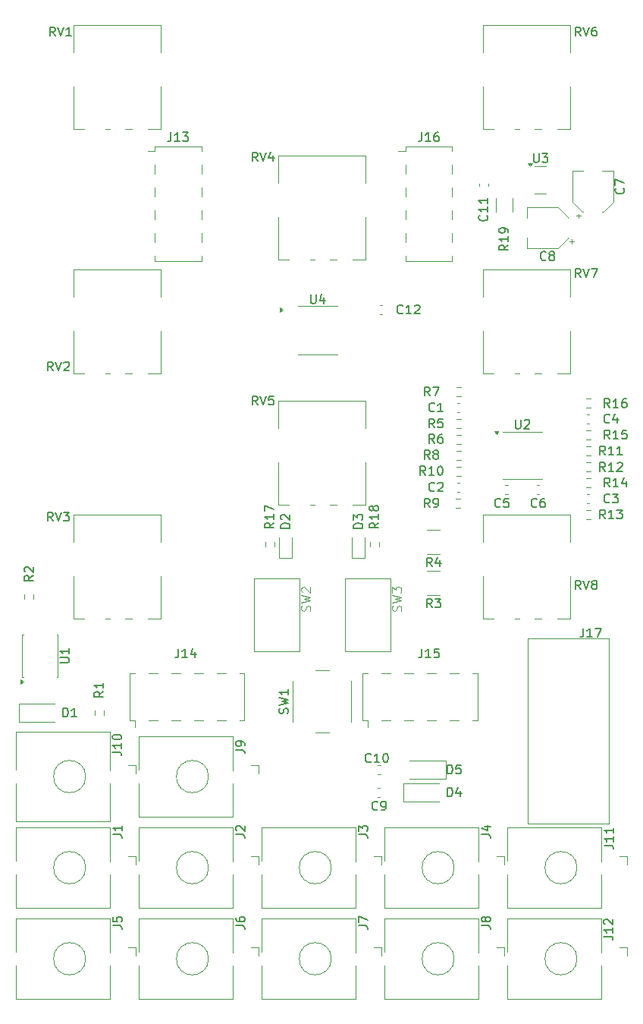
<source format=gbr>
%TF.GenerationSoftware,KiCad,Pcbnew,9.0.0*%
%TF.CreationDate,2025-03-18T19:24:19-04:00*%
%TF.ProjectId,200_Plattform,3230305f-506c-4617-9474-666f726d2e6b,A1*%
%TF.SameCoordinates,Original*%
%TF.FileFunction,Legend,Top*%
%TF.FilePolarity,Positive*%
%FSLAX45Y45*%
G04 Gerber Fmt 4.5, Leading zero omitted, Abs format (unit mm)*
G04 Created by KiCad (PCBNEW 9.0.0) date 2025-03-18 19:24:19*
%MOMM*%
%LPD*%
G01*
G04 APERTURE LIST*
%ADD10C,0.150000*%
%ADD11C,0.100000*%
%ADD12C,0.120000*%
G04 APERTURE END LIST*
D10*
X11057733Y-7935358D02*
X11052971Y-7940120D01*
X11052971Y-7940120D02*
X11038686Y-7944882D01*
X11038686Y-7944882D02*
X11029162Y-7944882D01*
X11029162Y-7944882D02*
X11014876Y-7940120D01*
X11014876Y-7940120D02*
X11005352Y-7930596D01*
X11005352Y-7930596D02*
X11000591Y-7921072D01*
X11000591Y-7921072D02*
X10995829Y-7902025D01*
X10995829Y-7902025D02*
X10995829Y-7887739D01*
X10995829Y-7887739D02*
X11000591Y-7868691D01*
X11000591Y-7868691D02*
X11005352Y-7859168D01*
X11005352Y-7859168D02*
X11014876Y-7849644D01*
X11014876Y-7849644D02*
X11029162Y-7844882D01*
X11029162Y-7844882D02*
X11038686Y-7844882D01*
X11038686Y-7844882D02*
X11052971Y-7849644D01*
X11052971Y-7849644D02*
X11057733Y-7854406D01*
X11143448Y-7878215D02*
X11143448Y-7944882D01*
X11119638Y-7840120D02*
X11095829Y-7911548D01*
X11095829Y-7911548D02*
X11157733Y-7911548D01*
X11010114Y-8300482D02*
X10976781Y-8252863D01*
X10952971Y-8300482D02*
X10952971Y-8200482D01*
X10952971Y-8200482D02*
X10991067Y-8200482D01*
X10991067Y-8200482D02*
X11000590Y-8205244D01*
X11000590Y-8205244D02*
X11005352Y-8210006D01*
X11005352Y-8210006D02*
X11010114Y-8219529D01*
X11010114Y-8219529D02*
X11010114Y-8233815D01*
X11010114Y-8233815D02*
X11005352Y-8243339D01*
X11005352Y-8243339D02*
X11000590Y-8248101D01*
X11000590Y-8248101D02*
X10991067Y-8252863D01*
X10991067Y-8252863D02*
X10952971Y-8252863D01*
X11105352Y-8300482D02*
X11048210Y-8300482D01*
X11076781Y-8300482D02*
X11076781Y-8200482D01*
X11076781Y-8200482D02*
X11067257Y-8214768D01*
X11067257Y-8214768D02*
X11057733Y-8224291D01*
X11057733Y-8224291D02*
X11048210Y-8229053D01*
X11200590Y-8300482D02*
X11143448Y-8300482D01*
X11172019Y-8300482D02*
X11172019Y-8200482D01*
X11172019Y-8200482D02*
X11162495Y-8214768D01*
X11162495Y-8214768D02*
X11152971Y-8224291D01*
X11152971Y-8224291D02*
X11143448Y-8229053D01*
X11060914Y-8656082D02*
X11027581Y-8608463D01*
X11003771Y-8656082D02*
X11003771Y-8556082D01*
X11003771Y-8556082D02*
X11041867Y-8556082D01*
X11041867Y-8556082D02*
X11051390Y-8560844D01*
X11051390Y-8560844D02*
X11056152Y-8565606D01*
X11056152Y-8565606D02*
X11060914Y-8575130D01*
X11060914Y-8575130D02*
X11060914Y-8589415D01*
X11060914Y-8589415D02*
X11056152Y-8598939D01*
X11056152Y-8598939D02*
X11051390Y-8603701D01*
X11051390Y-8603701D02*
X11041867Y-8608463D01*
X11041867Y-8608463D02*
X11003771Y-8608463D01*
X11156152Y-8656082D02*
X11099010Y-8656082D01*
X11127581Y-8656082D02*
X11127581Y-8556082D01*
X11127581Y-8556082D02*
X11118057Y-8570368D01*
X11118057Y-8570368D02*
X11108533Y-8579891D01*
X11108533Y-8579891D02*
X11099010Y-8584653D01*
X11241867Y-8589415D02*
X11241867Y-8656082D01*
X11218057Y-8551320D02*
X11194248Y-8622749D01*
X11194248Y-8622749D02*
X11256152Y-8622749D01*
X7128676Y-7741682D02*
X7095343Y-7694063D01*
X7071533Y-7741682D02*
X7071533Y-7641682D01*
X7071533Y-7641682D02*
X7109628Y-7641682D01*
X7109628Y-7641682D02*
X7119152Y-7646444D01*
X7119152Y-7646444D02*
X7123914Y-7651206D01*
X7123914Y-7651206D02*
X7128676Y-7660729D01*
X7128676Y-7660729D02*
X7128676Y-7675015D01*
X7128676Y-7675015D02*
X7123914Y-7684539D01*
X7123914Y-7684539D02*
X7119152Y-7689301D01*
X7119152Y-7689301D02*
X7109628Y-7694063D01*
X7109628Y-7694063D02*
X7071533Y-7694063D01*
X7157248Y-7641682D02*
X7190581Y-7741682D01*
X7190581Y-7741682D02*
X7223914Y-7641682D01*
X7304867Y-7641682D02*
X7257248Y-7641682D01*
X7257248Y-7641682D02*
X7252486Y-7689301D01*
X7252486Y-7689301D02*
X7257248Y-7684539D01*
X7257248Y-7684539D02*
X7266771Y-7679777D01*
X7266771Y-7679777D02*
X7290581Y-7679777D01*
X7290581Y-7679777D02*
X7300105Y-7684539D01*
X7300105Y-7684539D02*
X7304867Y-7689301D01*
X7304867Y-7689301D02*
X7309628Y-7698825D01*
X7309628Y-7698825D02*
X7309628Y-7722634D01*
X7309628Y-7722634D02*
X7304867Y-7732158D01*
X7304867Y-7732158D02*
X7300105Y-7736920D01*
X7300105Y-7736920D02*
X7290581Y-7741682D01*
X7290581Y-7741682D02*
X7266771Y-7741682D01*
X7266771Y-7741682D02*
X7257248Y-7736920D01*
X7257248Y-7736920D02*
X7252486Y-7732158D01*
X9051133Y-7640082D02*
X9017800Y-7592463D01*
X8993991Y-7640082D02*
X8993991Y-7540082D01*
X8993991Y-7540082D02*
X9032086Y-7540082D01*
X9032086Y-7540082D02*
X9041610Y-7544844D01*
X9041610Y-7544844D02*
X9046371Y-7549606D01*
X9046371Y-7549606D02*
X9051133Y-7559129D01*
X9051133Y-7559129D02*
X9051133Y-7573415D01*
X9051133Y-7573415D02*
X9046371Y-7582939D01*
X9046371Y-7582939D02*
X9041610Y-7587701D01*
X9041610Y-7587701D02*
X9032086Y-7592463D01*
X9032086Y-7592463D02*
X8993991Y-7592463D01*
X9084467Y-7540082D02*
X9151133Y-7540082D01*
X9151133Y-7540082D02*
X9108276Y-7640082D01*
X8257582Y-13549533D02*
X8329010Y-13549533D01*
X8329010Y-13549533D02*
X8343296Y-13554295D01*
X8343296Y-13554295D02*
X8352820Y-13563819D01*
X8352820Y-13563819D02*
X8357582Y-13578105D01*
X8357582Y-13578105D02*
X8357582Y-13587628D01*
X8257582Y-13511438D02*
X8257582Y-13444771D01*
X8257582Y-13444771D02*
X8357582Y-13487628D01*
X6159848Y-4702682D02*
X6159848Y-4774110D01*
X6159848Y-4774110D02*
X6155086Y-4788396D01*
X6155086Y-4788396D02*
X6145562Y-4797920D01*
X6145562Y-4797920D02*
X6131276Y-4802682D01*
X6131276Y-4802682D02*
X6121752Y-4802682D01*
X6259848Y-4802682D02*
X6202705Y-4802682D01*
X6231276Y-4802682D02*
X6231276Y-4702682D01*
X6231276Y-4702682D02*
X6221752Y-4716968D01*
X6221752Y-4716968D02*
X6212229Y-4726491D01*
X6212229Y-4726491D02*
X6202705Y-4731253D01*
X6293181Y-4702682D02*
X6355086Y-4702682D01*
X6355086Y-4702682D02*
X6321752Y-4740777D01*
X6321752Y-4740777D02*
X6336038Y-4740777D01*
X6336038Y-4740777D02*
X6345562Y-4745539D01*
X6345562Y-4745539D02*
X6350324Y-4750301D01*
X6350324Y-4750301D02*
X6355086Y-4759825D01*
X6355086Y-4759825D02*
X6355086Y-4783634D01*
X6355086Y-4783634D02*
X6350324Y-4793158D01*
X6350324Y-4793158D02*
X6345562Y-4797920D01*
X6345562Y-4797920D02*
X6336038Y-4802682D01*
X6336038Y-4802682D02*
X6307467Y-4802682D01*
X6307467Y-4802682D02*
X6297943Y-4797920D01*
X6297943Y-4797920D02*
X6293181Y-4793158D01*
X11010114Y-8483282D02*
X10976781Y-8435663D01*
X10952971Y-8483282D02*
X10952971Y-8383282D01*
X10952971Y-8383282D02*
X10991067Y-8383282D01*
X10991067Y-8383282D02*
X11000590Y-8388044D01*
X11000590Y-8388044D02*
X11005352Y-8392806D01*
X11005352Y-8392806D02*
X11010114Y-8402330D01*
X11010114Y-8402330D02*
X11010114Y-8416615D01*
X11010114Y-8416615D02*
X11005352Y-8426139D01*
X11005352Y-8426139D02*
X11000590Y-8430901D01*
X11000590Y-8430901D02*
X10991067Y-8435663D01*
X10991067Y-8435663D02*
X10952971Y-8435663D01*
X11105352Y-8483282D02*
X11048210Y-8483282D01*
X11076781Y-8483282D02*
X11076781Y-8383282D01*
X11076781Y-8383282D02*
X11067257Y-8397568D01*
X11067257Y-8397568D02*
X11057733Y-8407091D01*
X11057733Y-8407091D02*
X11048210Y-8411853D01*
X11143448Y-8392806D02*
X11148210Y-8388044D01*
X11148210Y-8388044D02*
X11157733Y-8383282D01*
X11157733Y-8383282D02*
X11181543Y-8383282D01*
X11181543Y-8383282D02*
X11191067Y-8388044D01*
X11191067Y-8388044D02*
X11195828Y-8392806D01*
X11195828Y-8392806D02*
X11200590Y-8402330D01*
X11200590Y-8402330D02*
X11200590Y-8411853D01*
X11200590Y-8411853D02*
X11195828Y-8426139D01*
X11195828Y-8426139D02*
X11138686Y-8483282D01*
X11138686Y-8483282D02*
X11200590Y-8483282D01*
X8257582Y-12533533D02*
X8329010Y-12533533D01*
X8329010Y-12533533D02*
X8343296Y-12538295D01*
X8343296Y-12538295D02*
X8352820Y-12547819D01*
X8352820Y-12547819D02*
X8357582Y-12562105D01*
X8357582Y-12562105D02*
X8357582Y-12571628D01*
X8257582Y-12495438D02*
X8257582Y-12433533D01*
X8257582Y-12433533D02*
X8295677Y-12466867D01*
X8295677Y-12466867D02*
X8295677Y-12452581D01*
X8295677Y-12452581D02*
X8300439Y-12443057D01*
X8300439Y-12443057D02*
X8305201Y-12438295D01*
X8305201Y-12438295D02*
X8314725Y-12433533D01*
X8314725Y-12433533D02*
X8338534Y-12433533D01*
X8338534Y-12433533D02*
X8348058Y-12438295D01*
X8348058Y-12438295D02*
X8352820Y-12443057D01*
X8352820Y-12443057D02*
X8357582Y-12452581D01*
X8357582Y-12452581D02*
X8357582Y-12481152D01*
X8357582Y-12481152D02*
X8352820Y-12490676D01*
X8352820Y-12490676D02*
X8348058Y-12495438D01*
X9629182Y-13549533D02*
X9700610Y-13549533D01*
X9700610Y-13549533D02*
X9714896Y-13554295D01*
X9714896Y-13554295D02*
X9724420Y-13563819D01*
X9724420Y-13563819D02*
X9729182Y-13578105D01*
X9729182Y-13578105D02*
X9729182Y-13587628D01*
X9672039Y-13487628D02*
X9667277Y-13497152D01*
X9667277Y-13497152D02*
X9662515Y-13501914D01*
X9662515Y-13501914D02*
X9652991Y-13506676D01*
X9652991Y-13506676D02*
X9648230Y-13506676D01*
X9648230Y-13506676D02*
X9638706Y-13501914D01*
X9638706Y-13501914D02*
X9633944Y-13497152D01*
X9633944Y-13497152D02*
X9629182Y-13487628D01*
X9629182Y-13487628D02*
X9629182Y-13468581D01*
X9629182Y-13468581D02*
X9633944Y-13459057D01*
X9633944Y-13459057D02*
X9638706Y-13454295D01*
X9638706Y-13454295D02*
X9648230Y-13449533D01*
X9648230Y-13449533D02*
X9652991Y-13449533D01*
X9652991Y-13449533D02*
X9662515Y-13454295D01*
X9662515Y-13454295D02*
X9667277Y-13459057D01*
X9667277Y-13459057D02*
X9672039Y-13468581D01*
X9672039Y-13468581D02*
X9672039Y-13487628D01*
X9672039Y-13487628D02*
X9676801Y-13497152D01*
X9676801Y-13497152D02*
X9681563Y-13501914D01*
X9681563Y-13501914D02*
X9691087Y-13506676D01*
X9691087Y-13506676D02*
X9710134Y-13506676D01*
X9710134Y-13506676D02*
X9719658Y-13501914D01*
X9719658Y-13501914D02*
X9724420Y-13497152D01*
X9724420Y-13497152D02*
X9729182Y-13487628D01*
X9729182Y-13487628D02*
X9729182Y-13468581D01*
X9729182Y-13468581D02*
X9724420Y-13459057D01*
X9724420Y-13459057D02*
X9719658Y-13454295D01*
X9719658Y-13454295D02*
X9710134Y-13449533D01*
X9710134Y-13449533D02*
X9691087Y-13449533D01*
X9691087Y-13449533D02*
X9681563Y-13454295D01*
X9681563Y-13454295D02*
X9676801Y-13459057D01*
X9676801Y-13459057D02*
X9672039Y-13468581D01*
X9247991Y-11856482D02*
X9247991Y-11756482D01*
X9247991Y-11756482D02*
X9271800Y-11756482D01*
X9271800Y-11756482D02*
X9286086Y-11761244D01*
X9286086Y-11761244D02*
X9295610Y-11770768D01*
X9295610Y-11770768D02*
X9300371Y-11780291D01*
X9300371Y-11780291D02*
X9305133Y-11799339D01*
X9305133Y-11799339D02*
X9305133Y-11813625D01*
X9305133Y-11813625D02*
X9300371Y-11832672D01*
X9300371Y-11832672D02*
X9295610Y-11842196D01*
X9295610Y-11842196D02*
X9286086Y-11851720D01*
X9286086Y-11851720D02*
X9271800Y-11856482D01*
X9271800Y-11856482D02*
X9247991Y-11856482D01*
X9395610Y-11756482D02*
X9347991Y-11756482D01*
X9347991Y-11756482D02*
X9343229Y-11804101D01*
X9343229Y-11804101D02*
X9347991Y-11799339D01*
X9347991Y-11799339D02*
X9357514Y-11794577D01*
X9357514Y-11794577D02*
X9381324Y-11794577D01*
X9381324Y-11794577D02*
X9390848Y-11799339D01*
X9390848Y-11799339D02*
X9395610Y-11804101D01*
X9395610Y-11804101D02*
X9400371Y-11813625D01*
X9400371Y-11813625D02*
X9400371Y-11837434D01*
X9400371Y-11837434D02*
X9395610Y-11846958D01*
X9395610Y-11846958D02*
X9390848Y-11851720D01*
X9390848Y-11851720D02*
X9381324Y-11856482D01*
X9381324Y-11856482D02*
X9357514Y-11856482D01*
X9357514Y-11856482D02*
X9347991Y-11851720D01*
X9347991Y-11851720D02*
X9343229Y-11846958D01*
X8466933Y-12253358D02*
X8462171Y-12258120D01*
X8462171Y-12258120D02*
X8447886Y-12262882D01*
X8447886Y-12262882D02*
X8438362Y-12262882D01*
X8438362Y-12262882D02*
X8424076Y-12258120D01*
X8424076Y-12258120D02*
X8414552Y-12248596D01*
X8414552Y-12248596D02*
X8409791Y-12239072D01*
X8409791Y-12239072D02*
X8405029Y-12220025D01*
X8405029Y-12220025D02*
X8405029Y-12205739D01*
X8405029Y-12205739D02*
X8409791Y-12186691D01*
X8409791Y-12186691D02*
X8414552Y-12177168D01*
X8414552Y-12177168D02*
X8424076Y-12167644D01*
X8424076Y-12167644D02*
X8438362Y-12162882D01*
X8438362Y-12162882D02*
X8447886Y-12162882D01*
X8447886Y-12162882D02*
X8462171Y-12167644D01*
X8462171Y-12167644D02*
X8466933Y-12172406D01*
X8514552Y-12262882D02*
X8533600Y-12262882D01*
X8533600Y-12262882D02*
X8543124Y-12258120D01*
X8543124Y-12258120D02*
X8547886Y-12253358D01*
X8547886Y-12253358D02*
X8557410Y-12239072D01*
X8557410Y-12239072D02*
X8562171Y-12220025D01*
X8562171Y-12220025D02*
X8562171Y-12181929D01*
X8562171Y-12181929D02*
X8557410Y-12172406D01*
X8557410Y-12172406D02*
X8552648Y-12167644D01*
X8552648Y-12167644D02*
X8543124Y-12162882D01*
X8543124Y-12162882D02*
X8524076Y-12162882D01*
X8524076Y-12162882D02*
X8514552Y-12167644D01*
X8514552Y-12167644D02*
X8509791Y-12172406D01*
X8509791Y-12172406D02*
X8505029Y-12181929D01*
X8505029Y-12181929D02*
X8505029Y-12205739D01*
X8505029Y-12205739D02*
X8509791Y-12215263D01*
X8509791Y-12215263D02*
X8514552Y-12220025D01*
X8514552Y-12220025D02*
X8524076Y-12224787D01*
X8524076Y-12224787D02*
X8543124Y-12224787D01*
X8543124Y-12224787D02*
X8552648Y-12220025D01*
X8552648Y-12220025D02*
X8557410Y-12215263D01*
X8557410Y-12215263D02*
X8562171Y-12205739D01*
X9076533Y-10001682D02*
X9043200Y-9954063D01*
X9019391Y-10001682D02*
X9019391Y-9901682D01*
X9019391Y-9901682D02*
X9057486Y-9901682D01*
X9057486Y-9901682D02*
X9067010Y-9906444D01*
X9067010Y-9906444D02*
X9071771Y-9911206D01*
X9071771Y-9911206D02*
X9076533Y-9920730D01*
X9076533Y-9920730D02*
X9076533Y-9935015D01*
X9076533Y-9935015D02*
X9071771Y-9944539D01*
X9071771Y-9944539D02*
X9067010Y-9949301D01*
X9067010Y-9949301D02*
X9057486Y-9954063D01*
X9057486Y-9954063D02*
X9019391Y-9954063D01*
X9109867Y-9901682D02*
X9171771Y-9901682D01*
X9171771Y-9901682D02*
X9138438Y-9939777D01*
X9138438Y-9939777D02*
X9152724Y-9939777D01*
X9152724Y-9939777D02*
X9162248Y-9944539D01*
X9162248Y-9944539D02*
X9167010Y-9949301D01*
X9167010Y-9949301D02*
X9171771Y-9958825D01*
X9171771Y-9958825D02*
X9171771Y-9982634D01*
X9171771Y-9982634D02*
X9167010Y-9992158D01*
X9167010Y-9992158D02*
X9162248Y-9996920D01*
X9162248Y-9996920D02*
X9152724Y-10001682D01*
X9152724Y-10001682D02*
X9124152Y-10001682D01*
X9124152Y-10001682D02*
X9114629Y-9996920D01*
X9114629Y-9996920D02*
X9109867Y-9992158D01*
X10244933Y-8875158D02*
X10240171Y-8879920D01*
X10240171Y-8879920D02*
X10225886Y-8884682D01*
X10225886Y-8884682D02*
X10216362Y-8884682D01*
X10216362Y-8884682D02*
X10202076Y-8879920D01*
X10202076Y-8879920D02*
X10192552Y-8870396D01*
X10192552Y-8870396D02*
X10187791Y-8860872D01*
X10187791Y-8860872D02*
X10183029Y-8841825D01*
X10183029Y-8841825D02*
X10183029Y-8827539D01*
X10183029Y-8827539D02*
X10187791Y-8808491D01*
X10187791Y-8808491D02*
X10192552Y-8798968D01*
X10192552Y-8798968D02*
X10202076Y-8789444D01*
X10202076Y-8789444D02*
X10216362Y-8784682D01*
X10216362Y-8784682D02*
X10225886Y-8784682D01*
X10225886Y-8784682D02*
X10240171Y-8789444D01*
X10240171Y-8789444D02*
X10244933Y-8794206D01*
X10330648Y-8784682D02*
X10311600Y-8784682D01*
X10311600Y-8784682D02*
X10302076Y-8789444D01*
X10302076Y-8789444D02*
X10297314Y-8794206D01*
X10297314Y-8794206D02*
X10287791Y-8808491D01*
X10287791Y-8808491D02*
X10283029Y-8827539D01*
X10283029Y-8827539D02*
X10283029Y-8865634D01*
X10283029Y-8865634D02*
X10287791Y-8875158D01*
X10287791Y-8875158D02*
X10292552Y-8879920D01*
X10292552Y-8879920D02*
X10302076Y-8884682D01*
X10302076Y-8884682D02*
X10321124Y-8884682D01*
X10321124Y-8884682D02*
X10330648Y-8879920D01*
X10330648Y-8879920D02*
X10335410Y-8875158D01*
X10335410Y-8875158D02*
X10340171Y-8865634D01*
X10340171Y-8865634D02*
X10340171Y-8841825D01*
X10340171Y-8841825D02*
X10335410Y-8832301D01*
X10335410Y-8832301D02*
X10330648Y-8827539D01*
X10330648Y-8827539D02*
X10321124Y-8822777D01*
X10321124Y-8822777D02*
X10302076Y-8822777D01*
X10302076Y-8822777D02*
X10292552Y-8827539D01*
X10292552Y-8827539D02*
X10287791Y-8832301D01*
X10287791Y-8832301D02*
X10283029Y-8841825D01*
X10735476Y-9799082D02*
X10702143Y-9751463D01*
X10678333Y-9799082D02*
X10678333Y-9699082D01*
X10678333Y-9699082D02*
X10716429Y-9699082D01*
X10716429Y-9699082D02*
X10725952Y-9703844D01*
X10725952Y-9703844D02*
X10730714Y-9708606D01*
X10730714Y-9708606D02*
X10735476Y-9718130D01*
X10735476Y-9718130D02*
X10735476Y-9732415D01*
X10735476Y-9732415D02*
X10730714Y-9741939D01*
X10730714Y-9741939D02*
X10725952Y-9746701D01*
X10725952Y-9746701D02*
X10716429Y-9751463D01*
X10716429Y-9751463D02*
X10678333Y-9751463D01*
X10764048Y-9699082D02*
X10797381Y-9799082D01*
X10797381Y-9799082D02*
X10830714Y-9699082D01*
X10878333Y-9741939D02*
X10868810Y-9737177D01*
X10868810Y-9737177D02*
X10864048Y-9732415D01*
X10864048Y-9732415D02*
X10859286Y-9722891D01*
X10859286Y-9722891D02*
X10859286Y-9718130D01*
X10859286Y-9718130D02*
X10864048Y-9708606D01*
X10864048Y-9708606D02*
X10868810Y-9703844D01*
X10868810Y-9703844D02*
X10878333Y-9699082D01*
X10878333Y-9699082D02*
X10897381Y-9699082D01*
X10897381Y-9699082D02*
X10906905Y-9703844D01*
X10906905Y-9703844D02*
X10911667Y-9708606D01*
X10911667Y-9708606D02*
X10916429Y-9718130D01*
X10916429Y-9718130D02*
X10916429Y-9722891D01*
X10916429Y-9722891D02*
X10911667Y-9732415D01*
X10911667Y-9732415D02*
X10906905Y-9737177D01*
X10906905Y-9737177D02*
X10897381Y-9741939D01*
X10897381Y-9741939D02*
X10878333Y-9741939D01*
X10878333Y-9741939D02*
X10868810Y-9746701D01*
X10868810Y-9746701D02*
X10864048Y-9751463D01*
X10864048Y-9751463D02*
X10859286Y-9760987D01*
X10859286Y-9760987D02*
X10859286Y-9780034D01*
X10859286Y-9780034D02*
X10864048Y-9789558D01*
X10864048Y-9789558D02*
X10868810Y-9794320D01*
X10868810Y-9794320D02*
X10878333Y-9799082D01*
X10878333Y-9799082D02*
X10897381Y-9799082D01*
X10897381Y-9799082D02*
X10906905Y-9794320D01*
X10906905Y-9794320D02*
X10911667Y-9789558D01*
X10911667Y-9789558D02*
X10916429Y-9780034D01*
X10916429Y-9780034D02*
X10916429Y-9760987D01*
X10916429Y-9760987D02*
X10911667Y-9751463D01*
X10911667Y-9751463D02*
X10906905Y-9746701D01*
X10906905Y-9746701D02*
X10897381Y-9741939D01*
X10210810Y-4937882D02*
X10210810Y-5018834D01*
X10210810Y-5018834D02*
X10215571Y-5028358D01*
X10215571Y-5028358D02*
X10220333Y-5033120D01*
X10220333Y-5033120D02*
X10229857Y-5037882D01*
X10229857Y-5037882D02*
X10248905Y-5037882D01*
X10248905Y-5037882D02*
X10258429Y-5033120D01*
X10258429Y-5033120D02*
X10263190Y-5028358D01*
X10263190Y-5028358D02*
X10267952Y-5018834D01*
X10267952Y-5018834D02*
X10267952Y-4937882D01*
X10306048Y-4937882D02*
X10367952Y-4937882D01*
X10367952Y-4937882D02*
X10334619Y-4975977D01*
X10334619Y-4975977D02*
X10348905Y-4975977D01*
X10348905Y-4975977D02*
X10358429Y-4980739D01*
X10358429Y-4980739D02*
X10363190Y-4985501D01*
X10363190Y-4985501D02*
X10367952Y-4995025D01*
X10367952Y-4995025D02*
X10367952Y-5018834D01*
X10367952Y-5018834D02*
X10363190Y-5028358D01*
X10363190Y-5028358D02*
X10358429Y-5033120D01*
X10358429Y-5033120D02*
X10348905Y-5037882D01*
X10348905Y-5037882D02*
X10320333Y-5037882D01*
X10320333Y-5037882D02*
X10310810Y-5033120D01*
X10310810Y-5033120D02*
X10306048Y-5028358D01*
X7464320Y-11182333D02*
X7469082Y-11168048D01*
X7469082Y-11168048D02*
X7469082Y-11144238D01*
X7469082Y-11144238D02*
X7464320Y-11134714D01*
X7464320Y-11134714D02*
X7459558Y-11129952D01*
X7459558Y-11129952D02*
X7450034Y-11125190D01*
X7450034Y-11125190D02*
X7440510Y-11125190D01*
X7440510Y-11125190D02*
X7430987Y-11129952D01*
X7430987Y-11129952D02*
X7426225Y-11134714D01*
X7426225Y-11134714D02*
X7421463Y-11144238D01*
X7421463Y-11144238D02*
X7416701Y-11163286D01*
X7416701Y-11163286D02*
X7411939Y-11172809D01*
X7411939Y-11172809D02*
X7407177Y-11177571D01*
X7407177Y-11177571D02*
X7397653Y-11182333D01*
X7397653Y-11182333D02*
X7388129Y-11182333D01*
X7388129Y-11182333D02*
X7378606Y-11177571D01*
X7378606Y-11177571D02*
X7373844Y-11172809D01*
X7373844Y-11172809D02*
X7369082Y-11163286D01*
X7369082Y-11163286D02*
X7369082Y-11139476D01*
X7369082Y-11139476D02*
X7373844Y-11125190D01*
X7369082Y-11091857D02*
X7469082Y-11068048D01*
X7469082Y-11068048D02*
X7397653Y-11049000D01*
X7397653Y-11049000D02*
X7469082Y-11029952D01*
X7469082Y-11029952D02*
X7369082Y-11006143D01*
X7469082Y-10915667D02*
X7469082Y-10972809D01*
X7469082Y-10944238D02*
X7369082Y-10944238D01*
X7369082Y-10944238D02*
X7383368Y-10953762D01*
X7383368Y-10953762D02*
X7392891Y-10963286D01*
X7392891Y-10963286D02*
X7397653Y-10972809D01*
X8961448Y-10461082D02*
X8961448Y-10532510D01*
X8961448Y-10532510D02*
X8956686Y-10546796D01*
X8956686Y-10546796D02*
X8947162Y-10556320D01*
X8947162Y-10556320D02*
X8932876Y-10561082D01*
X8932876Y-10561082D02*
X8923352Y-10561082D01*
X9061448Y-10561082D02*
X9004305Y-10561082D01*
X9032876Y-10561082D02*
X9032876Y-10461082D01*
X9032876Y-10461082D02*
X9023352Y-10475368D01*
X9023352Y-10475368D02*
X9013829Y-10484891D01*
X9013829Y-10484891D02*
X9004305Y-10489653D01*
X9151924Y-10461082D02*
X9104305Y-10461082D01*
X9104305Y-10461082D02*
X9099543Y-10508701D01*
X9099543Y-10508701D02*
X9104305Y-10503939D01*
X9104305Y-10503939D02*
X9113829Y-10499177D01*
X9113829Y-10499177D02*
X9137638Y-10499177D01*
X9137638Y-10499177D02*
X9147162Y-10503939D01*
X9147162Y-10503939D02*
X9151924Y-10508701D01*
X9151924Y-10508701D02*
X9156686Y-10518225D01*
X9156686Y-10518225D02*
X9156686Y-10542034D01*
X9156686Y-10542034D02*
X9151924Y-10551558D01*
X9151924Y-10551558D02*
X9147162Y-10556320D01*
X9147162Y-10556320D02*
X9137638Y-10561082D01*
X9137638Y-10561082D02*
X9113829Y-10561082D01*
X9113829Y-10561082D02*
X9104305Y-10556320D01*
X9104305Y-10556320D02*
X9099543Y-10551558D01*
X8300482Y-9116209D02*
X8200482Y-9116209D01*
X8200482Y-9116209D02*
X8200482Y-9092400D01*
X8200482Y-9092400D02*
X8205244Y-9078114D01*
X8205244Y-9078114D02*
X8214768Y-9068590D01*
X8214768Y-9068590D02*
X8224291Y-9063829D01*
X8224291Y-9063829D02*
X8243339Y-9059067D01*
X8243339Y-9059067D02*
X8257625Y-9059067D01*
X8257625Y-9059067D02*
X8276672Y-9063829D01*
X8276672Y-9063829D02*
X8286196Y-9068590D01*
X8286196Y-9068590D02*
X8295720Y-9078114D01*
X8295720Y-9078114D02*
X8300482Y-9092400D01*
X8300482Y-9092400D02*
X8300482Y-9116209D01*
X8200482Y-9025733D02*
X8200482Y-8963829D01*
X8200482Y-8963829D02*
X8238577Y-8997162D01*
X8238577Y-8997162D02*
X8238577Y-8982876D01*
X8238577Y-8982876D02*
X8243339Y-8973352D01*
X8243339Y-8973352D02*
X8248101Y-8968590D01*
X8248101Y-8968590D02*
X8257625Y-8963829D01*
X8257625Y-8963829D02*
X8281434Y-8963829D01*
X8281434Y-8963829D02*
X8290958Y-8968590D01*
X8290958Y-8968590D02*
X8295720Y-8973352D01*
X8295720Y-8973352D02*
X8300482Y-8982876D01*
X8300482Y-8982876D02*
X8300482Y-9011448D01*
X8300482Y-9011448D02*
X8295720Y-9020971D01*
X8295720Y-9020971D02*
X8290958Y-9025733D01*
D11*
X8727780Y-10039333D02*
X8732542Y-10025048D01*
X8732542Y-10025048D02*
X8732542Y-10001238D01*
X8732542Y-10001238D02*
X8727780Y-9991714D01*
X8727780Y-9991714D02*
X8723018Y-9986952D01*
X8723018Y-9986952D02*
X8713494Y-9982190D01*
X8713494Y-9982190D02*
X8703970Y-9982190D01*
X8703970Y-9982190D02*
X8694447Y-9986952D01*
X8694447Y-9986952D02*
X8689685Y-9991714D01*
X8689685Y-9991714D02*
X8684923Y-10001238D01*
X8684923Y-10001238D02*
X8680161Y-10020286D01*
X8680161Y-10020286D02*
X8675399Y-10029809D01*
X8675399Y-10029809D02*
X8670637Y-10034571D01*
X8670637Y-10034571D02*
X8661113Y-10039333D01*
X8661113Y-10039333D02*
X8651590Y-10039333D01*
X8651590Y-10039333D02*
X8642066Y-10034571D01*
X8642066Y-10034571D02*
X8637304Y-10029809D01*
X8637304Y-10029809D02*
X8632542Y-10020286D01*
X8632542Y-10020286D02*
X8632542Y-9996476D01*
X8632542Y-9996476D02*
X8637304Y-9982190D01*
X8632542Y-9948857D02*
X8732542Y-9925048D01*
X8732542Y-9925048D02*
X8661113Y-9906000D01*
X8661113Y-9906000D02*
X8732542Y-9886952D01*
X8732542Y-9886952D02*
X8632542Y-9863143D01*
X8632542Y-9834571D02*
X8632542Y-9772667D01*
X8632542Y-9772667D02*
X8670637Y-9806000D01*
X8670637Y-9806000D02*
X8670637Y-9791714D01*
X8670637Y-9791714D02*
X8675399Y-9782190D01*
X8675399Y-9782190D02*
X8680161Y-9777429D01*
X8680161Y-9777429D02*
X8689685Y-9772667D01*
X8689685Y-9772667D02*
X8713494Y-9772667D01*
X8713494Y-9772667D02*
X8723018Y-9777429D01*
X8723018Y-9777429D02*
X8727780Y-9782190D01*
X8727780Y-9782190D02*
X8732542Y-9791714D01*
X8732542Y-9791714D02*
X8732542Y-9820286D01*
X8732542Y-9820286D02*
X8727780Y-9829809D01*
X8727780Y-9829809D02*
X8723018Y-9834571D01*
D10*
X9051133Y-8346282D02*
X9017800Y-8298663D01*
X8993991Y-8346282D02*
X8993991Y-8246282D01*
X8993991Y-8246282D02*
X9032086Y-8246282D01*
X9032086Y-8246282D02*
X9041610Y-8251044D01*
X9041610Y-8251044D02*
X9046371Y-8255806D01*
X9046371Y-8255806D02*
X9051133Y-8265329D01*
X9051133Y-8265329D02*
X9051133Y-8279615D01*
X9051133Y-8279615D02*
X9046371Y-8289139D01*
X9046371Y-8289139D02*
X9041610Y-8293901D01*
X9041610Y-8293901D02*
X9032086Y-8298663D01*
X9032086Y-8298663D02*
X8993991Y-8298663D01*
X9108276Y-8289139D02*
X9098752Y-8284377D01*
X9098752Y-8284377D02*
X9093991Y-8279615D01*
X9093991Y-8279615D02*
X9089229Y-8270091D01*
X9089229Y-8270091D02*
X9089229Y-8265329D01*
X9089229Y-8265329D02*
X9093991Y-8255806D01*
X9093991Y-8255806D02*
X9098752Y-8251044D01*
X9098752Y-8251044D02*
X9108276Y-8246282D01*
X9108276Y-8246282D02*
X9127324Y-8246282D01*
X9127324Y-8246282D02*
X9136848Y-8251044D01*
X9136848Y-8251044D02*
X9141610Y-8255806D01*
X9141610Y-8255806D02*
X9146371Y-8265329D01*
X9146371Y-8265329D02*
X9146371Y-8270091D01*
X9146371Y-8270091D02*
X9141610Y-8279615D01*
X9141610Y-8279615D02*
X9136848Y-8284377D01*
X9136848Y-8284377D02*
X9127324Y-8289139D01*
X9127324Y-8289139D02*
X9108276Y-8289139D01*
X9108276Y-8289139D02*
X9098752Y-8293901D01*
X9098752Y-8293901D02*
X9093991Y-8298663D01*
X9093991Y-8298663D02*
X9089229Y-8308187D01*
X9089229Y-8308187D02*
X9089229Y-8327234D01*
X9089229Y-8327234D02*
X9093991Y-8336758D01*
X9093991Y-8336758D02*
X9098752Y-8341520D01*
X9098752Y-8341520D02*
X9108276Y-8346282D01*
X9108276Y-8346282D02*
X9127324Y-8346282D01*
X9127324Y-8346282D02*
X9136848Y-8341520D01*
X9136848Y-8341520D02*
X9141610Y-8336758D01*
X9141610Y-8336758D02*
X9146371Y-8327234D01*
X9146371Y-8327234D02*
X9146371Y-8308187D01*
X9146371Y-8308187D02*
X9141610Y-8298663D01*
X9141610Y-8298663D02*
X9136848Y-8293901D01*
X9136848Y-8293901D02*
X9127324Y-8289139D01*
X4868076Y-3626882D02*
X4834743Y-3579263D01*
X4810933Y-3626882D02*
X4810933Y-3526882D01*
X4810933Y-3526882D02*
X4849029Y-3526882D01*
X4849029Y-3526882D02*
X4858552Y-3531644D01*
X4858552Y-3531644D02*
X4863314Y-3536406D01*
X4863314Y-3536406D02*
X4868076Y-3545929D01*
X4868076Y-3545929D02*
X4868076Y-3560215D01*
X4868076Y-3560215D02*
X4863314Y-3569739D01*
X4863314Y-3569739D02*
X4858552Y-3574501D01*
X4858552Y-3574501D02*
X4849029Y-3579263D01*
X4849029Y-3579263D02*
X4810933Y-3579263D01*
X4896648Y-3526882D02*
X4929981Y-3626882D01*
X4929981Y-3626882D02*
X4963314Y-3526882D01*
X5049029Y-3626882D02*
X4991886Y-3626882D01*
X5020457Y-3626882D02*
X5020457Y-3526882D01*
X5020457Y-3526882D02*
X5010933Y-3541168D01*
X5010933Y-3541168D02*
X5001410Y-3550691D01*
X5001410Y-3550691D02*
X4991886Y-3555453D01*
X5514382Y-13549533D02*
X5585810Y-13549533D01*
X5585810Y-13549533D02*
X5600096Y-13554295D01*
X5600096Y-13554295D02*
X5609620Y-13563819D01*
X5609620Y-13563819D02*
X5614382Y-13578105D01*
X5614382Y-13578105D02*
X5614382Y-13587628D01*
X5514382Y-13454295D02*
X5514382Y-13501914D01*
X5514382Y-13501914D02*
X5562001Y-13506676D01*
X5562001Y-13506676D02*
X5557239Y-13501914D01*
X5557239Y-13501914D02*
X5552477Y-13492390D01*
X5552477Y-13492390D02*
X5552477Y-13468581D01*
X5552477Y-13468581D02*
X5557239Y-13459057D01*
X5557239Y-13459057D02*
X5562001Y-13454295D01*
X5562001Y-13454295D02*
X5571525Y-13449533D01*
X5571525Y-13449533D02*
X5595334Y-13449533D01*
X5595334Y-13449533D02*
X5604858Y-13454295D01*
X5604858Y-13454295D02*
X5609620Y-13459057D01*
X5609620Y-13459057D02*
X5614382Y-13468581D01*
X5614382Y-13468581D02*
X5614382Y-13492390D01*
X5614382Y-13492390D02*
X5609620Y-13501914D01*
X5609620Y-13501914D02*
X5604858Y-13506676D01*
X9101933Y-8697358D02*
X9097171Y-8702120D01*
X9097171Y-8702120D02*
X9082886Y-8706882D01*
X9082886Y-8706882D02*
X9073362Y-8706882D01*
X9073362Y-8706882D02*
X9059076Y-8702120D01*
X9059076Y-8702120D02*
X9049552Y-8692596D01*
X9049552Y-8692596D02*
X9044791Y-8683072D01*
X9044791Y-8683072D02*
X9040029Y-8664025D01*
X9040029Y-8664025D02*
X9040029Y-8649739D01*
X9040029Y-8649739D02*
X9044791Y-8630691D01*
X9044791Y-8630691D02*
X9049552Y-8621168D01*
X9049552Y-8621168D02*
X9059076Y-8611644D01*
X9059076Y-8611644D02*
X9073362Y-8606882D01*
X9073362Y-8606882D02*
X9082886Y-8606882D01*
X9082886Y-8606882D02*
X9097171Y-8611644D01*
X9097171Y-8611644D02*
X9101933Y-8616406D01*
X9140029Y-8616406D02*
X9144791Y-8611644D01*
X9144791Y-8611644D02*
X9154314Y-8606882D01*
X9154314Y-8606882D02*
X9178124Y-8606882D01*
X9178124Y-8606882D02*
X9187648Y-8611644D01*
X9187648Y-8611644D02*
X9192410Y-8616406D01*
X9192410Y-8616406D02*
X9197171Y-8625930D01*
X9197171Y-8625930D02*
X9197171Y-8635453D01*
X9197171Y-8635453D02*
X9192410Y-8649739D01*
X9192410Y-8649739D02*
X9135267Y-8706882D01*
X9135267Y-8706882D02*
X9197171Y-8706882D01*
X9247991Y-12110482D02*
X9247991Y-12010482D01*
X9247991Y-12010482D02*
X9271800Y-12010482D01*
X9271800Y-12010482D02*
X9286086Y-12015244D01*
X9286086Y-12015244D02*
X9295610Y-12024768D01*
X9295610Y-12024768D02*
X9300371Y-12034291D01*
X9300371Y-12034291D02*
X9305133Y-12053339D01*
X9305133Y-12053339D02*
X9305133Y-12067625D01*
X9305133Y-12067625D02*
X9300371Y-12086672D01*
X9300371Y-12086672D02*
X9295610Y-12096196D01*
X9295610Y-12096196D02*
X9286086Y-12105720D01*
X9286086Y-12105720D02*
X9271800Y-12110482D01*
X9271800Y-12110482D02*
X9247991Y-12110482D01*
X9390848Y-12043815D02*
X9390848Y-12110482D01*
X9367038Y-12005720D02*
X9343229Y-12077148D01*
X9343229Y-12077148D02*
X9405133Y-12077148D01*
X9003514Y-8524082D02*
X8970181Y-8476463D01*
X8946371Y-8524082D02*
X8946371Y-8424082D01*
X8946371Y-8424082D02*
X8984467Y-8424082D01*
X8984467Y-8424082D02*
X8993990Y-8428844D01*
X8993990Y-8428844D02*
X8998752Y-8433606D01*
X8998752Y-8433606D02*
X9003514Y-8443130D01*
X9003514Y-8443130D02*
X9003514Y-8457415D01*
X9003514Y-8457415D02*
X8998752Y-8466939D01*
X8998752Y-8466939D02*
X8993990Y-8471701D01*
X8993990Y-8471701D02*
X8984467Y-8476463D01*
X8984467Y-8476463D02*
X8946371Y-8476463D01*
X9098752Y-8524082D02*
X9041610Y-8524082D01*
X9070181Y-8524082D02*
X9070181Y-8424082D01*
X9070181Y-8424082D02*
X9060657Y-8438368D01*
X9060657Y-8438368D02*
X9051133Y-8447891D01*
X9051133Y-8447891D02*
X9041610Y-8452653D01*
X9160657Y-8424082D02*
X9170181Y-8424082D01*
X9170181Y-8424082D02*
X9179705Y-8428844D01*
X9179705Y-8428844D02*
X9184467Y-8433606D01*
X9184467Y-8433606D02*
X9189229Y-8443130D01*
X9189229Y-8443130D02*
X9193990Y-8462177D01*
X9193990Y-8462177D02*
X9193990Y-8485987D01*
X9193990Y-8485987D02*
X9189229Y-8505034D01*
X9189229Y-8505034D02*
X9184467Y-8514558D01*
X9184467Y-8514558D02*
X9179705Y-8519320D01*
X9179705Y-8519320D02*
X9170181Y-8524082D01*
X9170181Y-8524082D02*
X9160657Y-8524082D01*
X9160657Y-8524082D02*
X9151133Y-8519320D01*
X9151133Y-8519320D02*
X9146371Y-8514558D01*
X9146371Y-8514558D02*
X9141610Y-8505034D01*
X9141610Y-8505034D02*
X9136848Y-8485987D01*
X9136848Y-8485987D02*
X9136848Y-8462177D01*
X9136848Y-8462177D02*
X9141610Y-8443130D01*
X9141610Y-8443130D02*
X9146371Y-8433606D01*
X9146371Y-8433606D02*
X9151133Y-8428844D01*
X9151133Y-8428844D02*
X9160657Y-8424082D01*
X9687958Y-5626886D02*
X9692720Y-5631648D01*
X9692720Y-5631648D02*
X9697482Y-5645933D01*
X9697482Y-5645933D02*
X9697482Y-5655457D01*
X9697482Y-5655457D02*
X9692720Y-5669743D01*
X9692720Y-5669743D02*
X9683196Y-5679267D01*
X9683196Y-5679267D02*
X9673672Y-5684028D01*
X9673672Y-5684028D02*
X9654625Y-5688790D01*
X9654625Y-5688790D02*
X9640339Y-5688790D01*
X9640339Y-5688790D02*
X9621291Y-5684028D01*
X9621291Y-5684028D02*
X9611768Y-5679267D01*
X9611768Y-5679267D02*
X9602244Y-5669743D01*
X9602244Y-5669743D02*
X9597482Y-5655457D01*
X9597482Y-5655457D02*
X9597482Y-5645933D01*
X9597482Y-5645933D02*
X9602244Y-5631648D01*
X9602244Y-5631648D02*
X9607006Y-5626886D01*
X9697482Y-5531648D02*
X9697482Y-5588790D01*
X9697482Y-5560219D02*
X9597482Y-5560219D01*
X9597482Y-5560219D02*
X9611768Y-5569743D01*
X9611768Y-5569743D02*
X9621291Y-5579267D01*
X9621291Y-5579267D02*
X9626053Y-5588790D01*
X9697482Y-5436410D02*
X9697482Y-5493552D01*
X9697482Y-5464981D02*
X9597482Y-5464981D01*
X9597482Y-5464981D02*
X9611768Y-5474505D01*
X9611768Y-5474505D02*
X9621291Y-5484029D01*
X9621291Y-5484029D02*
X9626053Y-5493552D01*
X4923882Y-10617190D02*
X5004834Y-10617190D01*
X5004834Y-10617190D02*
X5014358Y-10612429D01*
X5014358Y-10612429D02*
X5019120Y-10607667D01*
X5019120Y-10607667D02*
X5023882Y-10598143D01*
X5023882Y-10598143D02*
X5023882Y-10579095D01*
X5023882Y-10579095D02*
X5019120Y-10569571D01*
X5019120Y-10569571D02*
X5014358Y-10564810D01*
X5014358Y-10564810D02*
X5004834Y-10560048D01*
X5004834Y-10560048D02*
X4923882Y-10560048D01*
X5023882Y-10460048D02*
X5023882Y-10517190D01*
X5023882Y-10488619D02*
X4923882Y-10488619D01*
X4923882Y-10488619D02*
X4938168Y-10498143D01*
X4938168Y-10498143D02*
X4947691Y-10507667D01*
X4947691Y-10507667D02*
X4952453Y-10517190D01*
X6885979Y-11590333D02*
X6957408Y-11590333D01*
X6957408Y-11590333D02*
X6971693Y-11595095D01*
X6971693Y-11595095D02*
X6981217Y-11604619D01*
X6981217Y-11604619D02*
X6985979Y-11618905D01*
X6985979Y-11618905D02*
X6985979Y-11628428D01*
X6985979Y-11537952D02*
X6985979Y-11518905D01*
X6985979Y-11518905D02*
X6981217Y-11509381D01*
X6981217Y-11509381D02*
X6976455Y-11504619D01*
X6976455Y-11504619D02*
X6962169Y-11495095D01*
X6962169Y-11495095D02*
X6943122Y-11490333D01*
X6943122Y-11490333D02*
X6905027Y-11490333D01*
X6905027Y-11490333D02*
X6895503Y-11495095D01*
X6895503Y-11495095D02*
X6890741Y-11499857D01*
X6890741Y-11499857D02*
X6885979Y-11509381D01*
X6885979Y-11509381D02*
X6885979Y-11528428D01*
X6885979Y-11528428D02*
X6890741Y-11537952D01*
X6890741Y-11537952D02*
X6895503Y-11542714D01*
X6895503Y-11542714D02*
X6905027Y-11547476D01*
X6905027Y-11547476D02*
X6928836Y-11547476D01*
X6928836Y-11547476D02*
X6938360Y-11542714D01*
X6938360Y-11542714D02*
X6943122Y-11537952D01*
X6943122Y-11537952D02*
X6947884Y-11528428D01*
X6947884Y-11528428D02*
X6947884Y-11509381D01*
X6947884Y-11509381D02*
X6943122Y-11499857D01*
X6943122Y-11499857D02*
X6938360Y-11495095D01*
X6938360Y-11495095D02*
X6928836Y-11490333D01*
X9101933Y-7995682D02*
X9068600Y-7948063D01*
X9044791Y-7995682D02*
X9044791Y-7895682D01*
X9044791Y-7895682D02*
X9082886Y-7895682D01*
X9082886Y-7895682D02*
X9092410Y-7900444D01*
X9092410Y-7900444D02*
X9097171Y-7905206D01*
X9097171Y-7905206D02*
X9101933Y-7914729D01*
X9101933Y-7914729D02*
X9101933Y-7929015D01*
X9101933Y-7929015D02*
X9097171Y-7938539D01*
X9097171Y-7938539D02*
X9092410Y-7943301D01*
X9092410Y-7943301D02*
X9082886Y-7948063D01*
X9082886Y-7948063D02*
X9044791Y-7948063D01*
X9192410Y-7895682D02*
X9144791Y-7895682D01*
X9144791Y-7895682D02*
X9140029Y-7943301D01*
X9140029Y-7943301D02*
X9144791Y-7938539D01*
X9144791Y-7938539D02*
X9154314Y-7933777D01*
X9154314Y-7933777D02*
X9178124Y-7933777D01*
X9178124Y-7933777D02*
X9187648Y-7938539D01*
X9187648Y-7938539D02*
X9192410Y-7943301D01*
X9192410Y-7943301D02*
X9197171Y-7952825D01*
X9197171Y-7952825D02*
X9197171Y-7976634D01*
X9197171Y-7976634D02*
X9192410Y-7986158D01*
X9192410Y-7986158D02*
X9187648Y-7990920D01*
X9187648Y-7990920D02*
X9178124Y-7995682D01*
X9178124Y-7995682D02*
X9154314Y-7995682D01*
X9154314Y-7995682D02*
X9144791Y-7990920D01*
X9144791Y-7990920D02*
X9140029Y-7986158D01*
X5507782Y-11612552D02*
X5579210Y-11612552D01*
X5579210Y-11612552D02*
X5593496Y-11617314D01*
X5593496Y-11617314D02*
X5603020Y-11626838D01*
X5603020Y-11626838D02*
X5607782Y-11641124D01*
X5607782Y-11641124D02*
X5607782Y-11650647D01*
X5607782Y-11512552D02*
X5607782Y-11569695D01*
X5607782Y-11541124D02*
X5507782Y-11541124D01*
X5507782Y-11541124D02*
X5522068Y-11550647D01*
X5522068Y-11550647D02*
X5531591Y-11560171D01*
X5531591Y-11560171D02*
X5536353Y-11569695D01*
X5507782Y-11450647D02*
X5507782Y-11441124D01*
X5507782Y-11441124D02*
X5512544Y-11431600D01*
X5512544Y-11431600D02*
X5517306Y-11426838D01*
X5517306Y-11426838D02*
X5526830Y-11422076D01*
X5526830Y-11422076D02*
X5545877Y-11417314D01*
X5545877Y-11417314D02*
X5569687Y-11417314D01*
X5569687Y-11417314D02*
X5588734Y-11422076D01*
X5588734Y-11422076D02*
X5598258Y-11426838D01*
X5598258Y-11426838D02*
X5603020Y-11431600D01*
X5603020Y-11431600D02*
X5607782Y-11441124D01*
X5607782Y-11441124D02*
X5607782Y-11450647D01*
X5607782Y-11450647D02*
X5603020Y-11460171D01*
X5603020Y-11460171D02*
X5598258Y-11464933D01*
X5598258Y-11464933D02*
X5588734Y-11469695D01*
X5588734Y-11469695D02*
X5569687Y-11474457D01*
X5569687Y-11474457D02*
X5545877Y-11474457D01*
X5545877Y-11474457D02*
X5526830Y-11469695D01*
X5526830Y-11469695D02*
X5517306Y-11464933D01*
X5517306Y-11464933D02*
X5512544Y-11460171D01*
X5512544Y-11460171D02*
X5507782Y-11450647D01*
X11060914Y-7772082D02*
X11027581Y-7724463D01*
X11003771Y-7772082D02*
X11003771Y-7672082D01*
X11003771Y-7672082D02*
X11041867Y-7672082D01*
X11041867Y-7672082D02*
X11051390Y-7676844D01*
X11051390Y-7676844D02*
X11056152Y-7681606D01*
X11056152Y-7681606D02*
X11060914Y-7691129D01*
X11060914Y-7691129D02*
X11060914Y-7705415D01*
X11060914Y-7705415D02*
X11056152Y-7714939D01*
X11056152Y-7714939D02*
X11051390Y-7719701D01*
X11051390Y-7719701D02*
X11041867Y-7724463D01*
X11041867Y-7724463D02*
X11003771Y-7724463D01*
X11156152Y-7772082D02*
X11099010Y-7772082D01*
X11127581Y-7772082D02*
X11127581Y-7672082D01*
X11127581Y-7672082D02*
X11118057Y-7686368D01*
X11118057Y-7686368D02*
X11108533Y-7695891D01*
X11108533Y-7695891D02*
X11099010Y-7700653D01*
X11241867Y-7672082D02*
X11222819Y-7672082D01*
X11222819Y-7672082D02*
X11213295Y-7676844D01*
X11213295Y-7676844D02*
X11208533Y-7681606D01*
X11208533Y-7681606D02*
X11199009Y-7695891D01*
X11199009Y-7695891D02*
X11194248Y-7714939D01*
X11194248Y-7714939D02*
X11194248Y-7753034D01*
X11194248Y-7753034D02*
X11199009Y-7762558D01*
X11199009Y-7762558D02*
X11203771Y-7767320D01*
X11203771Y-7767320D02*
X11213295Y-7772082D01*
X11213295Y-7772082D02*
X11232343Y-7772082D01*
X11232343Y-7772082D02*
X11241867Y-7767320D01*
X11241867Y-7767320D02*
X11246628Y-7762558D01*
X11246628Y-7762558D02*
X11251390Y-7753034D01*
X11251390Y-7753034D02*
X11251390Y-7729225D01*
X11251390Y-7729225D02*
X11246628Y-7719701D01*
X11246628Y-7719701D02*
X11241867Y-7714939D01*
X11241867Y-7714939D02*
X11232343Y-7710177D01*
X11232343Y-7710177D02*
X11213295Y-7710177D01*
X11213295Y-7710177D02*
X11203771Y-7714939D01*
X11203771Y-7714939D02*
X11199009Y-7719701D01*
X11199009Y-7719701D02*
X11194248Y-7729225D01*
X8959848Y-4702682D02*
X8959848Y-4774110D01*
X8959848Y-4774110D02*
X8955086Y-4788396D01*
X8955086Y-4788396D02*
X8945562Y-4797920D01*
X8945562Y-4797920D02*
X8931276Y-4802682D01*
X8931276Y-4802682D02*
X8921752Y-4802682D01*
X9059848Y-4802682D02*
X9002705Y-4802682D01*
X9031276Y-4802682D02*
X9031276Y-4702682D01*
X9031276Y-4702682D02*
X9021752Y-4716968D01*
X9021752Y-4716968D02*
X9012229Y-4726491D01*
X9012229Y-4726491D02*
X9002705Y-4731253D01*
X9145562Y-4702682D02*
X9126514Y-4702682D01*
X9126514Y-4702682D02*
X9116991Y-4707444D01*
X9116991Y-4707444D02*
X9112229Y-4712206D01*
X9112229Y-4712206D02*
X9102705Y-4726491D01*
X9102705Y-4726491D02*
X9097943Y-4745539D01*
X9097943Y-4745539D02*
X9097943Y-4783634D01*
X9097943Y-4783634D02*
X9102705Y-4793158D01*
X9102705Y-4793158D02*
X9107467Y-4797920D01*
X9107467Y-4797920D02*
X9116991Y-4802682D01*
X9116991Y-4802682D02*
X9136038Y-4802682D01*
X9136038Y-4802682D02*
X9145562Y-4797920D01*
X9145562Y-4797920D02*
X9150324Y-4793158D01*
X9150324Y-4793158D02*
X9155086Y-4783634D01*
X9155086Y-4783634D02*
X9155086Y-4759825D01*
X9155086Y-4759825D02*
X9150324Y-4750301D01*
X9150324Y-4750301D02*
X9145562Y-4745539D01*
X9145562Y-4745539D02*
X9136038Y-4740777D01*
X9136038Y-4740777D02*
X9116991Y-4740777D01*
X9116991Y-4740777D02*
X9107467Y-4745539D01*
X9107467Y-4745539D02*
X9102705Y-4750301D01*
X9102705Y-4750301D02*
X9097943Y-4759825D01*
X8393914Y-11719958D02*
X8389152Y-11724720D01*
X8389152Y-11724720D02*
X8374867Y-11729482D01*
X8374867Y-11729482D02*
X8365343Y-11729482D01*
X8365343Y-11729482D02*
X8351057Y-11724720D01*
X8351057Y-11724720D02*
X8341533Y-11715196D01*
X8341533Y-11715196D02*
X8336771Y-11705672D01*
X8336771Y-11705672D02*
X8332009Y-11686625D01*
X8332009Y-11686625D02*
X8332009Y-11672339D01*
X8332009Y-11672339D02*
X8336771Y-11653291D01*
X8336771Y-11653291D02*
X8341533Y-11643768D01*
X8341533Y-11643768D02*
X8351057Y-11634244D01*
X8351057Y-11634244D02*
X8365343Y-11629482D01*
X8365343Y-11629482D02*
X8374867Y-11629482D01*
X8374867Y-11629482D02*
X8389152Y-11634244D01*
X8389152Y-11634244D02*
X8393914Y-11639006D01*
X8489152Y-11729482D02*
X8432010Y-11729482D01*
X8460581Y-11729482D02*
X8460581Y-11629482D01*
X8460581Y-11629482D02*
X8451057Y-11643768D01*
X8451057Y-11643768D02*
X8441533Y-11653291D01*
X8441533Y-11653291D02*
X8432010Y-11658053D01*
X8551057Y-11629482D02*
X8560581Y-11629482D01*
X8560581Y-11629482D02*
X8570105Y-11634244D01*
X8570105Y-11634244D02*
X8574867Y-11639006D01*
X8574867Y-11639006D02*
X8579629Y-11648529D01*
X8579629Y-11648529D02*
X8584390Y-11667577D01*
X8584390Y-11667577D02*
X8584390Y-11691387D01*
X8584390Y-11691387D02*
X8579629Y-11710434D01*
X8579629Y-11710434D02*
X8574867Y-11719958D01*
X8574867Y-11719958D02*
X8570105Y-11724720D01*
X8570105Y-11724720D02*
X8560581Y-11729482D01*
X8560581Y-11729482D02*
X8551057Y-11729482D01*
X8551057Y-11729482D02*
X8541533Y-11724720D01*
X8541533Y-11724720D02*
X8536771Y-11719958D01*
X8536771Y-11719958D02*
X8532010Y-11710434D01*
X8532010Y-11710434D02*
X8527248Y-11691387D01*
X8527248Y-11691387D02*
X8527248Y-11667577D01*
X8527248Y-11667577D02*
X8532010Y-11648529D01*
X8532010Y-11648529D02*
X8536771Y-11639006D01*
X8536771Y-11639006D02*
X8541533Y-11634244D01*
X8541533Y-11634244D02*
X8551057Y-11629482D01*
X11010114Y-9011682D02*
X10976781Y-8964063D01*
X10952971Y-9011682D02*
X10952971Y-8911682D01*
X10952971Y-8911682D02*
X10991067Y-8911682D01*
X10991067Y-8911682D02*
X11000590Y-8916444D01*
X11000590Y-8916444D02*
X11005352Y-8921206D01*
X11005352Y-8921206D02*
X11010114Y-8930730D01*
X11010114Y-8930730D02*
X11010114Y-8945015D01*
X11010114Y-8945015D02*
X11005352Y-8954539D01*
X11005352Y-8954539D02*
X11000590Y-8959301D01*
X11000590Y-8959301D02*
X10991067Y-8964063D01*
X10991067Y-8964063D02*
X10952971Y-8964063D01*
X11105352Y-9011682D02*
X11048210Y-9011682D01*
X11076781Y-9011682D02*
X11076781Y-8911682D01*
X11076781Y-8911682D02*
X11067257Y-8925968D01*
X11067257Y-8925968D02*
X11057733Y-8935491D01*
X11057733Y-8935491D02*
X11048210Y-8940253D01*
X11138686Y-8911682D02*
X11200590Y-8911682D01*
X11200590Y-8911682D02*
X11167257Y-8949777D01*
X11167257Y-8949777D02*
X11181543Y-8949777D01*
X11181543Y-8949777D02*
X11191067Y-8954539D01*
X11191067Y-8954539D02*
X11195828Y-8959301D01*
X11195828Y-8959301D02*
X11200590Y-8968825D01*
X11200590Y-8968825D02*
X11200590Y-8992634D01*
X11200590Y-8992634D02*
X11195828Y-9002158D01*
X11195828Y-9002158D02*
X11191067Y-9006920D01*
X11191067Y-9006920D02*
X11181543Y-9011682D01*
X11181543Y-9011682D02*
X11152971Y-9011682D01*
X11152971Y-9011682D02*
X11143448Y-9006920D01*
X11143448Y-9006920D02*
X11138686Y-9002158D01*
X11060914Y-8122682D02*
X11027581Y-8075063D01*
X11003771Y-8122682D02*
X11003771Y-8022682D01*
X11003771Y-8022682D02*
X11041867Y-8022682D01*
X11041867Y-8022682D02*
X11051390Y-8027444D01*
X11051390Y-8027444D02*
X11056152Y-8032206D01*
X11056152Y-8032206D02*
X11060914Y-8041729D01*
X11060914Y-8041729D02*
X11060914Y-8056015D01*
X11060914Y-8056015D02*
X11056152Y-8065539D01*
X11056152Y-8065539D02*
X11051390Y-8070301D01*
X11051390Y-8070301D02*
X11041867Y-8075063D01*
X11041867Y-8075063D02*
X11003771Y-8075063D01*
X11156152Y-8122682D02*
X11099010Y-8122682D01*
X11127581Y-8122682D02*
X11127581Y-8022682D01*
X11127581Y-8022682D02*
X11118057Y-8036968D01*
X11118057Y-8036968D02*
X11108533Y-8046491D01*
X11108533Y-8046491D02*
X11099010Y-8051253D01*
X11246628Y-8022682D02*
X11199009Y-8022682D01*
X11199009Y-8022682D02*
X11194248Y-8070301D01*
X11194248Y-8070301D02*
X11199009Y-8065539D01*
X11199009Y-8065539D02*
X11208533Y-8060777D01*
X11208533Y-8060777D02*
X11232343Y-8060777D01*
X11232343Y-8060777D02*
X11241867Y-8065539D01*
X11241867Y-8065539D02*
X11246628Y-8070301D01*
X11246628Y-8070301D02*
X11251390Y-8079825D01*
X11251390Y-8079825D02*
X11251390Y-8103634D01*
X11251390Y-8103634D02*
X11246628Y-8113158D01*
X11246628Y-8113158D02*
X11241867Y-8117920D01*
X11241867Y-8117920D02*
X11232343Y-8122682D01*
X11232343Y-8122682D02*
X11208533Y-8122682D01*
X11208533Y-8122682D02*
X11199009Y-8117920D01*
X11199009Y-8117920D02*
X11194248Y-8113158D01*
X7309882Y-9055886D02*
X7262263Y-9089219D01*
X7309882Y-9113029D02*
X7209882Y-9113029D01*
X7209882Y-9113029D02*
X7209882Y-9074933D01*
X7209882Y-9074933D02*
X7214644Y-9065410D01*
X7214644Y-9065410D02*
X7219406Y-9060648D01*
X7219406Y-9060648D02*
X7228929Y-9055886D01*
X7228929Y-9055886D02*
X7243215Y-9055886D01*
X7243215Y-9055886D02*
X7252739Y-9060648D01*
X7252739Y-9060648D02*
X7257501Y-9065410D01*
X7257501Y-9065410D02*
X7262263Y-9074933D01*
X7262263Y-9074933D02*
X7262263Y-9113029D01*
X7309882Y-8960648D02*
X7309882Y-9017790D01*
X7309882Y-8989219D02*
X7209882Y-8989219D01*
X7209882Y-8989219D02*
X7224168Y-8998743D01*
X7224168Y-8998743D02*
X7233691Y-9008267D01*
X7233691Y-9008267D02*
X7238453Y-9017790D01*
X7209882Y-8927314D02*
X7209882Y-8860648D01*
X7209882Y-8860648D02*
X7309882Y-8903505D01*
X9076533Y-9544482D02*
X9043200Y-9496863D01*
X9019391Y-9544482D02*
X9019391Y-9444482D01*
X9019391Y-9444482D02*
X9057486Y-9444482D01*
X9057486Y-9444482D02*
X9067010Y-9449244D01*
X9067010Y-9449244D02*
X9071771Y-9454006D01*
X9071771Y-9454006D02*
X9076533Y-9463530D01*
X9076533Y-9463530D02*
X9076533Y-9477815D01*
X9076533Y-9477815D02*
X9071771Y-9487339D01*
X9071771Y-9487339D02*
X9067010Y-9492101D01*
X9067010Y-9492101D02*
X9057486Y-9496863D01*
X9057486Y-9496863D02*
X9019391Y-9496863D01*
X9162248Y-9477815D02*
X9162248Y-9544482D01*
X9138438Y-9439720D02*
X9114629Y-9511149D01*
X9114629Y-9511149D02*
X9176533Y-9511149D01*
X11211958Y-5325267D02*
X11216720Y-5330029D01*
X11216720Y-5330029D02*
X11221482Y-5344314D01*
X11221482Y-5344314D02*
X11221482Y-5353838D01*
X11221482Y-5353838D02*
X11216720Y-5368124D01*
X11216720Y-5368124D02*
X11207196Y-5377648D01*
X11207196Y-5377648D02*
X11197672Y-5382409D01*
X11197672Y-5382409D02*
X11178625Y-5387171D01*
X11178625Y-5387171D02*
X11164339Y-5387171D01*
X11164339Y-5387171D02*
X11145291Y-5382409D01*
X11145291Y-5382409D02*
X11135768Y-5377648D01*
X11135768Y-5377648D02*
X11126244Y-5368124D01*
X11126244Y-5368124D02*
X11121482Y-5353838D01*
X11121482Y-5353838D02*
X11121482Y-5344314D01*
X11121482Y-5344314D02*
X11126244Y-5330029D01*
X11126244Y-5330029D02*
X11131006Y-5325267D01*
X11121482Y-5291933D02*
X11121482Y-5225267D01*
X11121482Y-5225267D02*
X11221482Y-5268124D01*
X5514382Y-12533533D02*
X5585810Y-12533533D01*
X5585810Y-12533533D02*
X5600096Y-12538295D01*
X5600096Y-12538295D02*
X5609620Y-12547819D01*
X5609620Y-12547819D02*
X5614382Y-12562105D01*
X5614382Y-12562105D02*
X5614382Y-12571628D01*
X5614382Y-12433533D02*
X5614382Y-12490676D01*
X5614382Y-12462105D02*
X5514382Y-12462105D01*
X5514382Y-12462105D02*
X5528668Y-12471628D01*
X5528668Y-12471628D02*
X5538191Y-12481152D01*
X5538191Y-12481152D02*
X5542953Y-12490676D01*
X10735476Y-3626882D02*
X10702143Y-3579263D01*
X10678333Y-3626882D02*
X10678333Y-3526882D01*
X10678333Y-3526882D02*
X10716429Y-3526882D01*
X10716429Y-3526882D02*
X10725952Y-3531644D01*
X10725952Y-3531644D02*
X10730714Y-3536406D01*
X10730714Y-3536406D02*
X10735476Y-3545929D01*
X10735476Y-3545929D02*
X10735476Y-3560215D01*
X10735476Y-3560215D02*
X10730714Y-3569739D01*
X10730714Y-3569739D02*
X10725952Y-3574501D01*
X10725952Y-3574501D02*
X10716429Y-3579263D01*
X10716429Y-3579263D02*
X10678333Y-3579263D01*
X10764048Y-3526882D02*
X10797381Y-3626882D01*
X10797381Y-3626882D02*
X10830714Y-3526882D01*
X10906905Y-3526882D02*
X10887857Y-3526882D01*
X10887857Y-3526882D02*
X10878333Y-3531644D01*
X10878333Y-3531644D02*
X10873571Y-3536406D01*
X10873571Y-3536406D02*
X10864048Y-3550691D01*
X10864048Y-3550691D02*
X10859286Y-3569739D01*
X10859286Y-3569739D02*
X10859286Y-3607834D01*
X10859286Y-3607834D02*
X10864048Y-3617358D01*
X10864048Y-3617358D02*
X10868810Y-3622120D01*
X10868810Y-3622120D02*
X10878333Y-3626882D01*
X10878333Y-3626882D02*
X10897381Y-3626882D01*
X10897381Y-3626882D02*
X10906905Y-3622120D01*
X10906905Y-3622120D02*
X10911667Y-3617358D01*
X10911667Y-3617358D02*
X10916429Y-3607834D01*
X10916429Y-3607834D02*
X10916429Y-3584025D01*
X10916429Y-3584025D02*
X10911667Y-3574501D01*
X10911667Y-3574501D02*
X10906905Y-3569739D01*
X10906905Y-3569739D02*
X10897381Y-3564977D01*
X10897381Y-3564977D02*
X10878333Y-3564977D01*
X10878333Y-3564977D02*
X10868810Y-3569739D01*
X10868810Y-3569739D02*
X10864048Y-3574501D01*
X10864048Y-3574501D02*
X10859286Y-3584025D01*
X10346533Y-6121758D02*
X10341771Y-6126520D01*
X10341771Y-6126520D02*
X10327486Y-6131282D01*
X10327486Y-6131282D02*
X10317962Y-6131282D01*
X10317962Y-6131282D02*
X10303676Y-6126520D01*
X10303676Y-6126520D02*
X10294152Y-6116996D01*
X10294152Y-6116996D02*
X10289391Y-6107472D01*
X10289391Y-6107472D02*
X10284629Y-6088425D01*
X10284629Y-6088425D02*
X10284629Y-6074139D01*
X10284629Y-6074139D02*
X10289391Y-6055091D01*
X10289391Y-6055091D02*
X10294152Y-6045568D01*
X10294152Y-6045568D02*
X10303676Y-6036044D01*
X10303676Y-6036044D02*
X10317962Y-6031282D01*
X10317962Y-6031282D02*
X10327486Y-6031282D01*
X10327486Y-6031282D02*
X10341771Y-6036044D01*
X10341771Y-6036044D02*
X10346533Y-6040806D01*
X10403676Y-6074139D02*
X10394152Y-6069377D01*
X10394152Y-6069377D02*
X10389391Y-6064615D01*
X10389391Y-6064615D02*
X10384629Y-6055091D01*
X10384629Y-6055091D02*
X10384629Y-6050329D01*
X10384629Y-6050329D02*
X10389391Y-6040806D01*
X10389391Y-6040806D02*
X10394152Y-6036044D01*
X10394152Y-6036044D02*
X10403676Y-6031282D01*
X10403676Y-6031282D02*
X10422724Y-6031282D01*
X10422724Y-6031282D02*
X10432248Y-6036044D01*
X10432248Y-6036044D02*
X10437010Y-6040806D01*
X10437010Y-6040806D02*
X10441771Y-6050329D01*
X10441771Y-6050329D02*
X10441771Y-6055091D01*
X10441771Y-6055091D02*
X10437010Y-6064615D01*
X10437010Y-6064615D02*
X10432248Y-6069377D01*
X10432248Y-6069377D02*
X10422724Y-6074139D01*
X10422724Y-6074139D02*
X10403676Y-6074139D01*
X10403676Y-6074139D02*
X10394152Y-6078901D01*
X10394152Y-6078901D02*
X10389391Y-6083663D01*
X10389391Y-6083663D02*
X10384629Y-6093187D01*
X10384629Y-6093187D02*
X10384629Y-6112234D01*
X10384629Y-6112234D02*
X10389391Y-6121758D01*
X10389391Y-6121758D02*
X10394152Y-6126520D01*
X10394152Y-6126520D02*
X10403676Y-6131282D01*
X10403676Y-6131282D02*
X10422724Y-6131282D01*
X10422724Y-6131282D02*
X10432248Y-6126520D01*
X10432248Y-6126520D02*
X10437010Y-6121758D01*
X10437010Y-6121758D02*
X10441771Y-6112234D01*
X10441771Y-6112234D02*
X10441771Y-6093187D01*
X10441771Y-6093187D02*
X10437010Y-6083663D01*
X10437010Y-6083663D02*
X10432248Y-6078901D01*
X10432248Y-6078901D02*
X10422724Y-6074139D01*
X6885982Y-13549533D02*
X6957410Y-13549533D01*
X6957410Y-13549533D02*
X6971696Y-13554295D01*
X6971696Y-13554295D02*
X6981220Y-13563819D01*
X6981220Y-13563819D02*
X6985982Y-13578105D01*
X6985982Y-13578105D02*
X6985982Y-13587628D01*
X6885982Y-13459057D02*
X6885982Y-13478105D01*
X6885982Y-13478105D02*
X6890744Y-13487628D01*
X6890744Y-13487628D02*
X6895506Y-13492390D01*
X6895506Y-13492390D02*
X6909791Y-13501914D01*
X6909791Y-13501914D02*
X6928839Y-13506676D01*
X6928839Y-13506676D02*
X6966934Y-13506676D01*
X6966934Y-13506676D02*
X6976458Y-13501914D01*
X6976458Y-13501914D02*
X6981220Y-13497152D01*
X6981220Y-13497152D02*
X6985982Y-13487628D01*
X6985982Y-13487628D02*
X6985982Y-13468581D01*
X6985982Y-13468581D02*
X6981220Y-13459057D01*
X6981220Y-13459057D02*
X6976458Y-13454295D01*
X6976458Y-13454295D02*
X6966934Y-13449533D01*
X6966934Y-13449533D02*
X6943125Y-13449533D01*
X6943125Y-13449533D02*
X6933601Y-13454295D01*
X6933601Y-13454295D02*
X6928839Y-13459057D01*
X6928839Y-13459057D02*
X6924077Y-13468581D01*
X6924077Y-13468581D02*
X6924077Y-13487628D01*
X6924077Y-13487628D02*
X6928839Y-13497152D01*
X6928839Y-13497152D02*
X6933601Y-13501914D01*
X6933601Y-13501914D02*
X6943125Y-13506676D01*
X7721609Y-6509282D02*
X7721609Y-6590234D01*
X7721609Y-6590234D02*
X7726371Y-6599758D01*
X7726371Y-6599758D02*
X7731133Y-6604520D01*
X7731133Y-6604520D02*
X7740657Y-6609282D01*
X7740657Y-6609282D02*
X7759705Y-6609282D01*
X7759705Y-6609282D02*
X7769228Y-6604520D01*
X7769228Y-6604520D02*
X7773990Y-6599758D01*
X7773990Y-6599758D02*
X7778752Y-6590234D01*
X7778752Y-6590234D02*
X7778752Y-6509282D01*
X7869228Y-6542615D02*
X7869228Y-6609282D01*
X7845419Y-6504520D02*
X7821609Y-6575948D01*
X7821609Y-6575948D02*
X7883514Y-6575948D01*
X9101933Y-8168482D02*
X9068600Y-8120863D01*
X9044791Y-8168482D02*
X9044791Y-8068482D01*
X9044791Y-8068482D02*
X9082886Y-8068482D01*
X9082886Y-8068482D02*
X9092410Y-8073244D01*
X9092410Y-8073244D02*
X9097171Y-8078006D01*
X9097171Y-8078006D02*
X9101933Y-8087529D01*
X9101933Y-8087529D02*
X9101933Y-8101815D01*
X9101933Y-8101815D02*
X9097171Y-8111339D01*
X9097171Y-8111339D02*
X9092410Y-8116101D01*
X9092410Y-8116101D02*
X9082886Y-8120863D01*
X9082886Y-8120863D02*
X9044791Y-8120863D01*
X9187648Y-8068482D02*
X9168600Y-8068482D01*
X9168600Y-8068482D02*
X9159076Y-8073244D01*
X9159076Y-8073244D02*
X9154314Y-8078006D01*
X9154314Y-8078006D02*
X9144791Y-8092291D01*
X9144791Y-8092291D02*
X9140029Y-8111339D01*
X9140029Y-8111339D02*
X9140029Y-8149434D01*
X9140029Y-8149434D02*
X9144791Y-8158958D01*
X9144791Y-8158958D02*
X9149552Y-8163720D01*
X9149552Y-8163720D02*
X9159076Y-8168482D01*
X9159076Y-8168482D02*
X9178124Y-8168482D01*
X9178124Y-8168482D02*
X9187648Y-8163720D01*
X9187648Y-8163720D02*
X9192410Y-8158958D01*
X9192410Y-8158958D02*
X9197171Y-8149434D01*
X9197171Y-8149434D02*
X9197171Y-8125625D01*
X9197171Y-8125625D02*
X9192410Y-8116101D01*
X9192410Y-8116101D02*
X9187648Y-8111339D01*
X9187648Y-8111339D02*
X9178124Y-8106577D01*
X9178124Y-8106577D02*
X9159076Y-8106577D01*
X9159076Y-8106577D02*
X9149552Y-8111339D01*
X9149552Y-8111339D02*
X9144791Y-8116101D01*
X9144791Y-8116101D02*
X9140029Y-8125625D01*
X9101933Y-7808358D02*
X9097171Y-7813120D01*
X9097171Y-7813120D02*
X9082886Y-7817882D01*
X9082886Y-7817882D02*
X9073362Y-7817882D01*
X9073362Y-7817882D02*
X9059076Y-7813120D01*
X9059076Y-7813120D02*
X9049552Y-7803596D01*
X9049552Y-7803596D02*
X9044791Y-7794072D01*
X9044791Y-7794072D02*
X9040029Y-7775025D01*
X9040029Y-7775025D02*
X9040029Y-7760739D01*
X9040029Y-7760739D02*
X9044791Y-7741691D01*
X9044791Y-7741691D02*
X9049552Y-7732168D01*
X9049552Y-7732168D02*
X9059076Y-7722644D01*
X9059076Y-7722644D02*
X9073362Y-7717882D01*
X9073362Y-7717882D02*
X9082886Y-7717882D01*
X9082886Y-7717882D02*
X9097171Y-7722644D01*
X9097171Y-7722644D02*
X9101933Y-7727406D01*
X9197171Y-7817882D02*
X9140029Y-7817882D01*
X9168600Y-7817882D02*
X9168600Y-7717882D01*
X9168600Y-7717882D02*
X9159076Y-7732168D01*
X9159076Y-7732168D02*
X9149552Y-7741691D01*
X9149552Y-7741691D02*
X9140029Y-7746453D01*
X11057733Y-8824358D02*
X11052971Y-8829120D01*
X11052971Y-8829120D02*
X11038686Y-8833882D01*
X11038686Y-8833882D02*
X11029162Y-8833882D01*
X11029162Y-8833882D02*
X11014876Y-8829120D01*
X11014876Y-8829120D02*
X11005352Y-8819596D01*
X11005352Y-8819596D02*
X11000591Y-8810072D01*
X11000591Y-8810072D02*
X10995829Y-8791025D01*
X10995829Y-8791025D02*
X10995829Y-8776739D01*
X10995829Y-8776739D02*
X11000591Y-8757691D01*
X11000591Y-8757691D02*
X11005352Y-8748168D01*
X11005352Y-8748168D02*
X11014876Y-8738644D01*
X11014876Y-8738644D02*
X11029162Y-8733882D01*
X11029162Y-8733882D02*
X11038686Y-8733882D01*
X11038686Y-8733882D02*
X11052971Y-8738644D01*
X11052971Y-8738644D02*
X11057733Y-8743406D01*
X11091067Y-8733882D02*
X11152971Y-8733882D01*
X11152971Y-8733882D02*
X11119638Y-8771977D01*
X11119638Y-8771977D02*
X11133924Y-8771977D01*
X11133924Y-8771977D02*
X11143448Y-8776739D01*
X11143448Y-8776739D02*
X11148210Y-8781501D01*
X11148210Y-8781501D02*
X11152971Y-8791025D01*
X11152971Y-8791025D02*
X11152971Y-8814834D01*
X11152971Y-8814834D02*
X11148210Y-8824358D01*
X11148210Y-8824358D02*
X11143448Y-8829120D01*
X11143448Y-8829120D02*
X11133924Y-8833882D01*
X11133924Y-8833882D02*
X11105352Y-8833882D01*
X11105352Y-8833882D02*
X11095829Y-8829120D01*
X11095829Y-8829120D02*
X11091067Y-8824358D01*
X4842676Y-9037082D02*
X4809343Y-8989463D01*
X4785533Y-9037082D02*
X4785533Y-8937082D01*
X4785533Y-8937082D02*
X4823629Y-8937082D01*
X4823629Y-8937082D02*
X4833152Y-8941844D01*
X4833152Y-8941844D02*
X4837914Y-8946606D01*
X4837914Y-8946606D02*
X4842676Y-8956130D01*
X4842676Y-8956130D02*
X4842676Y-8970415D01*
X4842676Y-8970415D02*
X4837914Y-8979939D01*
X4837914Y-8979939D02*
X4833152Y-8984701D01*
X4833152Y-8984701D02*
X4823629Y-8989463D01*
X4823629Y-8989463D02*
X4785533Y-8989463D01*
X4871248Y-8937082D02*
X4904581Y-9037082D01*
X4904581Y-9037082D02*
X4937914Y-8937082D01*
X4961724Y-8937082D02*
X5023629Y-8937082D01*
X5023629Y-8937082D02*
X4990295Y-8975177D01*
X4990295Y-8975177D02*
X5004581Y-8975177D01*
X5004581Y-8975177D02*
X5014105Y-8979939D01*
X5014105Y-8979939D02*
X5018867Y-8984701D01*
X5018867Y-8984701D02*
X5023629Y-8994225D01*
X5023629Y-8994225D02*
X5023629Y-9018034D01*
X5023629Y-9018034D02*
X5018867Y-9027558D01*
X5018867Y-9027558D02*
X5014105Y-9032320D01*
X5014105Y-9032320D02*
X5004581Y-9037082D01*
X5004581Y-9037082D02*
X4976010Y-9037082D01*
X4976010Y-9037082D02*
X4966486Y-9032320D01*
X4966486Y-9032320D02*
X4961724Y-9027558D01*
X6243648Y-10461082D02*
X6243648Y-10532510D01*
X6243648Y-10532510D02*
X6238886Y-10546796D01*
X6238886Y-10546796D02*
X6229362Y-10556320D01*
X6229362Y-10556320D02*
X6215076Y-10561082D01*
X6215076Y-10561082D02*
X6205552Y-10561082D01*
X6343648Y-10561082D02*
X6286505Y-10561082D01*
X6315076Y-10561082D02*
X6315076Y-10461082D01*
X6315076Y-10461082D02*
X6305552Y-10475368D01*
X6305552Y-10475368D02*
X6296029Y-10484891D01*
X6296029Y-10484891D02*
X6286505Y-10489653D01*
X6429362Y-10494415D02*
X6429362Y-10561082D01*
X6405552Y-10456320D02*
X6381743Y-10527749D01*
X6381743Y-10527749D02*
X6443648Y-10527749D01*
X10994482Y-13669952D02*
X11065910Y-13669952D01*
X11065910Y-13669952D02*
X11080196Y-13674714D01*
X11080196Y-13674714D02*
X11089720Y-13684238D01*
X11089720Y-13684238D02*
X11094482Y-13698524D01*
X11094482Y-13698524D02*
X11094482Y-13708047D01*
X11094482Y-13569952D02*
X11094482Y-13627095D01*
X11094482Y-13598524D02*
X10994482Y-13598524D01*
X10994482Y-13598524D02*
X11008768Y-13608047D01*
X11008768Y-13608047D02*
X11018291Y-13617571D01*
X11018291Y-13617571D02*
X11023053Y-13627095D01*
X11004006Y-13531857D02*
X10999244Y-13527095D01*
X10999244Y-13527095D02*
X10994482Y-13517571D01*
X10994482Y-13517571D02*
X10994482Y-13493762D01*
X10994482Y-13493762D02*
X10999244Y-13484238D01*
X10999244Y-13484238D02*
X11004006Y-13479476D01*
X11004006Y-13479476D02*
X11013530Y-13474714D01*
X11013530Y-13474714D02*
X11023053Y-13474714D01*
X11023053Y-13474714D02*
X11037339Y-13479476D01*
X11037339Y-13479476D02*
X11094482Y-13536619D01*
X11094482Y-13536619D02*
X11094482Y-13474714D01*
X8478282Y-9055886D02*
X8430663Y-9089219D01*
X8478282Y-9113029D02*
X8378282Y-9113029D01*
X8378282Y-9113029D02*
X8378282Y-9074933D01*
X8378282Y-9074933D02*
X8383044Y-9065410D01*
X8383044Y-9065410D02*
X8387806Y-9060648D01*
X8387806Y-9060648D02*
X8397330Y-9055886D01*
X8397330Y-9055886D02*
X8411615Y-9055886D01*
X8411615Y-9055886D02*
X8421139Y-9060648D01*
X8421139Y-9060648D02*
X8425901Y-9065410D01*
X8425901Y-9065410D02*
X8430663Y-9074933D01*
X8430663Y-9074933D02*
X8430663Y-9113029D01*
X8478282Y-8960648D02*
X8478282Y-9017790D01*
X8478282Y-8989219D02*
X8378282Y-8989219D01*
X8378282Y-8989219D02*
X8392568Y-8998743D01*
X8392568Y-8998743D02*
X8402091Y-9008267D01*
X8402091Y-9008267D02*
X8406853Y-9017790D01*
X8421139Y-8903505D02*
X8416377Y-8913029D01*
X8416377Y-8913029D02*
X8411615Y-8917790D01*
X8411615Y-8917790D02*
X8402091Y-8922552D01*
X8402091Y-8922552D02*
X8397330Y-8922552D01*
X8397330Y-8922552D02*
X8387806Y-8917790D01*
X8387806Y-8917790D02*
X8383044Y-8913029D01*
X8383044Y-8913029D02*
X8378282Y-8903505D01*
X8378282Y-8903505D02*
X8378282Y-8884457D01*
X8378282Y-8884457D02*
X8383044Y-8874933D01*
X8383044Y-8874933D02*
X8387806Y-8870171D01*
X8387806Y-8870171D02*
X8397330Y-8865410D01*
X8397330Y-8865410D02*
X8402091Y-8865410D01*
X8402091Y-8865410D02*
X8411615Y-8870171D01*
X8411615Y-8870171D02*
X8416377Y-8874933D01*
X8416377Y-8874933D02*
X8421139Y-8884457D01*
X8421139Y-8884457D02*
X8421139Y-8903505D01*
X8421139Y-8903505D02*
X8425901Y-8913029D01*
X8425901Y-8913029D02*
X8430663Y-8917790D01*
X8430663Y-8917790D02*
X8440187Y-8922552D01*
X8440187Y-8922552D02*
X8459234Y-8922552D01*
X8459234Y-8922552D02*
X8468758Y-8917790D01*
X8468758Y-8917790D02*
X8473520Y-8913029D01*
X8473520Y-8913029D02*
X8478282Y-8903505D01*
X8478282Y-8903505D02*
X8478282Y-8884457D01*
X8478282Y-8884457D02*
X8473520Y-8874933D01*
X8473520Y-8874933D02*
X8468758Y-8870171D01*
X8468758Y-8870171D02*
X8459234Y-8865410D01*
X8459234Y-8865410D02*
X8440187Y-8865410D01*
X8440187Y-8865410D02*
X8430663Y-8870171D01*
X8430663Y-8870171D02*
X8425901Y-8874933D01*
X8425901Y-8874933D02*
X8421139Y-8884457D01*
D11*
X7711780Y-10039333D02*
X7716542Y-10025048D01*
X7716542Y-10025048D02*
X7716542Y-10001238D01*
X7716542Y-10001238D02*
X7711780Y-9991714D01*
X7711780Y-9991714D02*
X7707018Y-9986952D01*
X7707018Y-9986952D02*
X7697494Y-9982190D01*
X7697494Y-9982190D02*
X7687970Y-9982190D01*
X7687970Y-9982190D02*
X7678447Y-9986952D01*
X7678447Y-9986952D02*
X7673685Y-9991714D01*
X7673685Y-9991714D02*
X7668923Y-10001238D01*
X7668923Y-10001238D02*
X7664161Y-10020286D01*
X7664161Y-10020286D02*
X7659399Y-10029809D01*
X7659399Y-10029809D02*
X7654637Y-10034571D01*
X7654637Y-10034571D02*
X7645113Y-10039333D01*
X7645113Y-10039333D02*
X7635589Y-10039333D01*
X7635589Y-10039333D02*
X7626066Y-10034571D01*
X7626066Y-10034571D02*
X7621304Y-10029809D01*
X7621304Y-10029809D02*
X7616542Y-10020286D01*
X7616542Y-10020286D02*
X7616542Y-9996476D01*
X7616542Y-9996476D02*
X7621304Y-9982190D01*
X7616542Y-9948857D02*
X7716542Y-9925048D01*
X7716542Y-9925048D02*
X7645113Y-9906000D01*
X7645113Y-9906000D02*
X7716542Y-9886952D01*
X7716542Y-9886952D02*
X7616542Y-9863143D01*
X7626066Y-9829809D02*
X7621304Y-9825048D01*
X7621304Y-9825048D02*
X7616542Y-9815524D01*
X7616542Y-9815524D02*
X7616542Y-9791714D01*
X7616542Y-9791714D02*
X7621304Y-9782190D01*
X7621304Y-9782190D02*
X7626066Y-9777429D01*
X7626066Y-9777429D02*
X7635589Y-9772667D01*
X7635589Y-9772667D02*
X7645113Y-9772667D01*
X7645113Y-9772667D02*
X7659399Y-9777429D01*
X7659399Y-9777429D02*
X7716542Y-9834571D01*
X7716542Y-9834571D02*
X7716542Y-9772667D01*
D10*
X4622482Y-9643267D02*
X4574863Y-9676600D01*
X4622482Y-9700409D02*
X4522482Y-9700409D01*
X4522482Y-9700409D02*
X4522482Y-9662314D01*
X4522482Y-9662314D02*
X4527244Y-9652790D01*
X4527244Y-9652790D02*
X4532006Y-9648029D01*
X4532006Y-9648029D02*
X4541530Y-9643267D01*
X4541530Y-9643267D02*
X4555815Y-9643267D01*
X4555815Y-9643267D02*
X4565339Y-9648029D01*
X4565339Y-9648029D02*
X4570101Y-9652790D01*
X4570101Y-9652790D02*
X4574863Y-9662314D01*
X4574863Y-9662314D02*
X4574863Y-9700409D01*
X4532006Y-9605171D02*
X4527244Y-9600409D01*
X4527244Y-9600409D02*
X4522482Y-9590886D01*
X4522482Y-9590886D02*
X4522482Y-9567076D01*
X4522482Y-9567076D02*
X4527244Y-9557552D01*
X4527244Y-9557552D02*
X4532006Y-9552790D01*
X4532006Y-9552790D02*
X4541530Y-9548029D01*
X4541530Y-9548029D02*
X4551053Y-9548029D01*
X4551053Y-9548029D02*
X4565339Y-9552790D01*
X4565339Y-9552790D02*
X4622482Y-9609933D01*
X4622482Y-9609933D02*
X4622482Y-9548029D01*
X7128676Y-5023882D02*
X7095343Y-4976263D01*
X7071533Y-5023882D02*
X7071533Y-4923882D01*
X7071533Y-4923882D02*
X7109628Y-4923882D01*
X7109628Y-4923882D02*
X7119152Y-4928644D01*
X7119152Y-4928644D02*
X7123914Y-4933406D01*
X7123914Y-4933406D02*
X7128676Y-4942930D01*
X7128676Y-4942930D02*
X7128676Y-4957215D01*
X7128676Y-4957215D02*
X7123914Y-4966739D01*
X7123914Y-4966739D02*
X7119152Y-4971501D01*
X7119152Y-4971501D02*
X7109628Y-4976263D01*
X7109628Y-4976263D02*
X7071533Y-4976263D01*
X7157248Y-4923882D02*
X7190581Y-5023882D01*
X7190581Y-5023882D02*
X7223914Y-4923882D01*
X7300105Y-4957215D02*
X7300105Y-5023882D01*
X7276295Y-4919120D02*
X7252486Y-4990549D01*
X7252486Y-4990549D02*
X7314390Y-4990549D01*
X10007610Y-7906282D02*
X10007610Y-7987234D01*
X10007610Y-7987234D02*
X10012371Y-7996758D01*
X10012371Y-7996758D02*
X10017133Y-8001520D01*
X10017133Y-8001520D02*
X10026657Y-8006282D01*
X10026657Y-8006282D02*
X10045705Y-8006282D01*
X10045705Y-8006282D02*
X10055229Y-8001520D01*
X10055229Y-8001520D02*
X10059990Y-7996758D01*
X10059990Y-7996758D02*
X10064752Y-7987234D01*
X10064752Y-7987234D02*
X10064752Y-7906282D01*
X10107610Y-7915806D02*
X10112371Y-7911044D01*
X10112371Y-7911044D02*
X10121895Y-7906282D01*
X10121895Y-7906282D02*
X10145705Y-7906282D01*
X10145705Y-7906282D02*
X10155229Y-7911044D01*
X10155229Y-7911044D02*
X10159990Y-7915806D01*
X10159990Y-7915806D02*
X10164752Y-7925329D01*
X10164752Y-7925329D02*
X10164752Y-7934853D01*
X10164752Y-7934853D02*
X10159990Y-7949139D01*
X10159990Y-7949139D02*
X10102848Y-8006282D01*
X10102848Y-8006282D02*
X10164752Y-8006282D01*
X6885982Y-12533533D02*
X6957410Y-12533533D01*
X6957410Y-12533533D02*
X6971696Y-12538295D01*
X6971696Y-12538295D02*
X6981220Y-12547819D01*
X6981220Y-12547819D02*
X6985982Y-12562105D01*
X6985982Y-12562105D02*
X6985982Y-12571628D01*
X6895506Y-12490676D02*
X6890744Y-12485914D01*
X6890744Y-12485914D02*
X6885982Y-12476390D01*
X6885982Y-12476390D02*
X6885982Y-12452581D01*
X6885982Y-12452581D02*
X6890744Y-12443057D01*
X6890744Y-12443057D02*
X6895506Y-12438295D01*
X6895506Y-12438295D02*
X6905029Y-12433533D01*
X6905029Y-12433533D02*
X6914553Y-12433533D01*
X6914553Y-12433533D02*
X6928839Y-12438295D01*
X6928839Y-12438295D02*
X6985982Y-12495438D01*
X6985982Y-12495438D02*
X6985982Y-12433533D01*
X11000782Y-12653952D02*
X11072210Y-12653952D01*
X11072210Y-12653952D02*
X11086496Y-12658714D01*
X11086496Y-12658714D02*
X11096020Y-12668238D01*
X11096020Y-12668238D02*
X11100782Y-12682524D01*
X11100782Y-12682524D02*
X11100782Y-12692047D01*
X11100782Y-12553952D02*
X11100782Y-12611095D01*
X11100782Y-12582524D02*
X11000782Y-12582524D01*
X11000782Y-12582524D02*
X11015068Y-12592047D01*
X11015068Y-12592047D02*
X11024591Y-12601571D01*
X11024591Y-12601571D02*
X11029353Y-12611095D01*
X11100782Y-12458714D02*
X11100782Y-12515857D01*
X11100782Y-12487286D02*
X11000782Y-12487286D01*
X11000782Y-12487286D02*
X11015068Y-12496809D01*
X11015068Y-12496809D02*
X11024591Y-12506333D01*
X11024591Y-12506333D02*
X11029353Y-12515857D01*
X8749514Y-6716158D02*
X8744752Y-6720920D01*
X8744752Y-6720920D02*
X8730467Y-6725682D01*
X8730467Y-6725682D02*
X8720943Y-6725682D01*
X8720943Y-6725682D02*
X8706657Y-6720920D01*
X8706657Y-6720920D02*
X8697133Y-6711396D01*
X8697133Y-6711396D02*
X8692371Y-6701872D01*
X8692371Y-6701872D02*
X8687610Y-6682825D01*
X8687610Y-6682825D02*
X8687610Y-6668539D01*
X8687610Y-6668539D02*
X8692371Y-6649491D01*
X8692371Y-6649491D02*
X8697133Y-6639968D01*
X8697133Y-6639968D02*
X8706657Y-6630444D01*
X8706657Y-6630444D02*
X8720943Y-6625682D01*
X8720943Y-6625682D02*
X8730467Y-6625682D01*
X8730467Y-6625682D02*
X8744752Y-6630444D01*
X8744752Y-6630444D02*
X8749514Y-6635206D01*
X8844752Y-6725682D02*
X8787610Y-6725682D01*
X8816181Y-6725682D02*
X8816181Y-6625682D01*
X8816181Y-6625682D02*
X8806657Y-6639968D01*
X8806657Y-6639968D02*
X8797133Y-6649491D01*
X8797133Y-6649491D02*
X8787610Y-6654253D01*
X8882848Y-6635206D02*
X8887610Y-6630444D01*
X8887610Y-6630444D02*
X8897133Y-6625682D01*
X8897133Y-6625682D02*
X8920943Y-6625682D01*
X8920943Y-6625682D02*
X8930467Y-6630444D01*
X8930467Y-6630444D02*
X8935229Y-6635206D01*
X8935229Y-6635206D02*
X8939990Y-6644729D01*
X8939990Y-6644729D02*
X8939990Y-6654253D01*
X8939990Y-6654253D02*
X8935229Y-6668539D01*
X8935229Y-6668539D02*
X8878086Y-6725682D01*
X8878086Y-6725682D02*
X8939990Y-6725682D01*
X9051133Y-8884682D02*
X9017800Y-8837063D01*
X8993991Y-8884682D02*
X8993991Y-8784682D01*
X8993991Y-8784682D02*
X9032086Y-8784682D01*
X9032086Y-8784682D02*
X9041610Y-8789444D01*
X9041610Y-8789444D02*
X9046371Y-8794206D01*
X9046371Y-8794206D02*
X9051133Y-8803730D01*
X9051133Y-8803730D02*
X9051133Y-8818015D01*
X9051133Y-8818015D02*
X9046371Y-8827539D01*
X9046371Y-8827539D02*
X9041610Y-8832301D01*
X9041610Y-8832301D02*
X9032086Y-8837063D01*
X9032086Y-8837063D02*
X8993991Y-8837063D01*
X9098752Y-8884682D02*
X9117800Y-8884682D01*
X9117800Y-8884682D02*
X9127324Y-8879920D01*
X9127324Y-8879920D02*
X9132086Y-8875158D01*
X9132086Y-8875158D02*
X9141610Y-8860872D01*
X9141610Y-8860872D02*
X9146371Y-8841825D01*
X9146371Y-8841825D02*
X9146371Y-8803730D01*
X9146371Y-8803730D02*
X9141610Y-8794206D01*
X9141610Y-8794206D02*
X9136848Y-8789444D01*
X9136848Y-8789444D02*
X9127324Y-8784682D01*
X9127324Y-8784682D02*
X9108276Y-8784682D01*
X9108276Y-8784682D02*
X9098752Y-8789444D01*
X9098752Y-8789444D02*
X9093991Y-8794206D01*
X9093991Y-8794206D02*
X9089229Y-8803730D01*
X9089229Y-8803730D02*
X9089229Y-8827539D01*
X9089229Y-8827539D02*
X9093991Y-8837063D01*
X9093991Y-8837063D02*
X9098752Y-8841825D01*
X9098752Y-8841825D02*
X9108276Y-8846587D01*
X9108276Y-8846587D02*
X9127324Y-8846587D01*
X9127324Y-8846587D02*
X9136848Y-8841825D01*
X9136848Y-8841825D02*
X9141610Y-8837063D01*
X9141610Y-8837063D02*
X9146371Y-8827539D01*
X4842676Y-7360682D02*
X4809343Y-7313063D01*
X4785533Y-7360682D02*
X4785533Y-7260682D01*
X4785533Y-7260682D02*
X4823629Y-7260682D01*
X4823629Y-7260682D02*
X4833152Y-7265444D01*
X4833152Y-7265444D02*
X4837914Y-7270206D01*
X4837914Y-7270206D02*
X4842676Y-7279729D01*
X4842676Y-7279729D02*
X4842676Y-7294015D01*
X4842676Y-7294015D02*
X4837914Y-7303539D01*
X4837914Y-7303539D02*
X4833152Y-7308301D01*
X4833152Y-7308301D02*
X4823629Y-7313063D01*
X4823629Y-7313063D02*
X4785533Y-7313063D01*
X4871248Y-7260682D02*
X4904581Y-7360682D01*
X4904581Y-7360682D02*
X4937914Y-7260682D01*
X4966486Y-7270206D02*
X4971248Y-7265444D01*
X4971248Y-7265444D02*
X4980771Y-7260682D01*
X4980771Y-7260682D02*
X5004581Y-7260682D01*
X5004581Y-7260682D02*
X5014105Y-7265444D01*
X5014105Y-7265444D02*
X5018867Y-7270206D01*
X5018867Y-7270206D02*
X5023629Y-7279729D01*
X5023629Y-7279729D02*
X5023629Y-7289253D01*
X5023629Y-7289253D02*
X5018867Y-7303539D01*
X5018867Y-7303539D02*
X4961724Y-7360682D01*
X4961724Y-7360682D02*
X5023629Y-7360682D01*
X9838533Y-8875158D02*
X9833771Y-8879920D01*
X9833771Y-8879920D02*
X9819486Y-8884682D01*
X9819486Y-8884682D02*
X9809962Y-8884682D01*
X9809962Y-8884682D02*
X9795676Y-8879920D01*
X9795676Y-8879920D02*
X9786152Y-8870396D01*
X9786152Y-8870396D02*
X9781391Y-8860872D01*
X9781391Y-8860872D02*
X9776629Y-8841825D01*
X9776629Y-8841825D02*
X9776629Y-8827539D01*
X9776629Y-8827539D02*
X9781391Y-8808491D01*
X9781391Y-8808491D02*
X9786152Y-8798968D01*
X9786152Y-8798968D02*
X9795676Y-8789444D01*
X9795676Y-8789444D02*
X9809962Y-8784682D01*
X9809962Y-8784682D02*
X9819486Y-8784682D01*
X9819486Y-8784682D02*
X9833771Y-8789444D01*
X9833771Y-8789444D02*
X9838533Y-8794206D01*
X9929010Y-8784682D02*
X9881391Y-8784682D01*
X9881391Y-8784682D02*
X9876629Y-8832301D01*
X9876629Y-8832301D02*
X9881391Y-8827539D01*
X9881391Y-8827539D02*
X9890914Y-8822777D01*
X9890914Y-8822777D02*
X9914724Y-8822777D01*
X9914724Y-8822777D02*
X9924248Y-8827539D01*
X9924248Y-8827539D02*
X9929010Y-8832301D01*
X9929010Y-8832301D02*
X9933771Y-8841825D01*
X9933771Y-8841825D02*
X9933771Y-8865634D01*
X9933771Y-8865634D02*
X9929010Y-8875158D01*
X9929010Y-8875158D02*
X9924248Y-8879920D01*
X9924248Y-8879920D02*
X9914724Y-8884682D01*
X9914724Y-8884682D02*
X9890914Y-8884682D01*
X9890914Y-8884682D02*
X9881391Y-8879920D01*
X9881391Y-8879920D02*
X9876629Y-8875158D01*
X9926082Y-5957086D02*
X9878463Y-5990419D01*
X9926082Y-6014228D02*
X9826082Y-6014228D01*
X9826082Y-6014228D02*
X9826082Y-5976133D01*
X9826082Y-5976133D02*
X9830844Y-5966609D01*
X9830844Y-5966609D02*
X9835606Y-5961848D01*
X9835606Y-5961848D02*
X9845130Y-5957086D01*
X9845130Y-5957086D02*
X9859415Y-5957086D01*
X9859415Y-5957086D02*
X9868939Y-5961848D01*
X9868939Y-5961848D02*
X9873701Y-5966609D01*
X9873701Y-5966609D02*
X9878463Y-5976133D01*
X9878463Y-5976133D02*
X9878463Y-6014228D01*
X9926082Y-5861848D02*
X9926082Y-5918990D01*
X9926082Y-5890419D02*
X9826082Y-5890419D01*
X9826082Y-5890419D02*
X9840368Y-5899943D01*
X9840368Y-5899943D02*
X9849891Y-5909467D01*
X9849891Y-5909467D02*
X9854653Y-5918990D01*
X9926082Y-5814228D02*
X9926082Y-5795181D01*
X9926082Y-5795181D02*
X9921320Y-5785657D01*
X9921320Y-5785657D02*
X9916558Y-5780895D01*
X9916558Y-5780895D02*
X9902272Y-5771371D01*
X9902272Y-5771371D02*
X9883225Y-5766609D01*
X9883225Y-5766609D02*
X9845130Y-5766609D01*
X9845130Y-5766609D02*
X9835606Y-5771371D01*
X9835606Y-5771371D02*
X9830844Y-5776133D01*
X9830844Y-5776133D02*
X9826082Y-5785657D01*
X9826082Y-5785657D02*
X9826082Y-5804705D01*
X9826082Y-5804705D02*
X9830844Y-5814228D01*
X9830844Y-5814228D02*
X9835606Y-5818990D01*
X9835606Y-5818990D02*
X9845130Y-5823752D01*
X9845130Y-5823752D02*
X9868939Y-5823752D01*
X9868939Y-5823752D02*
X9878463Y-5818990D01*
X9878463Y-5818990D02*
X9883225Y-5814228D01*
X9883225Y-5814228D02*
X9887987Y-5804705D01*
X9887987Y-5804705D02*
X9887987Y-5785657D01*
X9887987Y-5785657D02*
X9883225Y-5776133D01*
X9883225Y-5776133D02*
X9878463Y-5771371D01*
X9878463Y-5771371D02*
X9868939Y-5766609D01*
X4955391Y-11221482D02*
X4955391Y-11121482D01*
X4955391Y-11121482D02*
X4979200Y-11121482D01*
X4979200Y-11121482D02*
X4993486Y-11126244D01*
X4993486Y-11126244D02*
X5003010Y-11135768D01*
X5003010Y-11135768D02*
X5007771Y-11145291D01*
X5007771Y-11145291D02*
X5012533Y-11164339D01*
X5012533Y-11164339D02*
X5012533Y-11178625D01*
X5012533Y-11178625D02*
X5007771Y-11197672D01*
X5007771Y-11197672D02*
X5003010Y-11207196D01*
X5003010Y-11207196D02*
X4993486Y-11216720D01*
X4993486Y-11216720D02*
X4979200Y-11221482D01*
X4979200Y-11221482D02*
X4955391Y-11221482D01*
X5107771Y-11221482D02*
X5050629Y-11221482D01*
X5079200Y-11221482D02*
X5079200Y-11121482D01*
X5079200Y-11121482D02*
X5069676Y-11135768D01*
X5069676Y-11135768D02*
X5060152Y-11145291D01*
X5060152Y-11145291D02*
X5050629Y-11150053D01*
X7487682Y-9116209D02*
X7387682Y-9116209D01*
X7387682Y-9116209D02*
X7387682Y-9092400D01*
X7387682Y-9092400D02*
X7392444Y-9078114D01*
X7392444Y-9078114D02*
X7401968Y-9068590D01*
X7401968Y-9068590D02*
X7411491Y-9063829D01*
X7411491Y-9063829D02*
X7430539Y-9059067D01*
X7430539Y-9059067D02*
X7444825Y-9059067D01*
X7444825Y-9059067D02*
X7463872Y-9063829D01*
X7463872Y-9063829D02*
X7473396Y-9068590D01*
X7473396Y-9068590D02*
X7482920Y-9078114D01*
X7482920Y-9078114D02*
X7487682Y-9092400D01*
X7487682Y-9092400D02*
X7487682Y-9116209D01*
X7397206Y-9020971D02*
X7392444Y-9016209D01*
X7392444Y-9016209D02*
X7387682Y-9006686D01*
X7387682Y-9006686D02*
X7387682Y-8982876D01*
X7387682Y-8982876D02*
X7392444Y-8973352D01*
X7392444Y-8973352D02*
X7397206Y-8968590D01*
X7397206Y-8968590D02*
X7406729Y-8963829D01*
X7406729Y-8963829D02*
X7416253Y-8963829D01*
X7416253Y-8963829D02*
X7430539Y-8968590D01*
X7430539Y-8968590D02*
X7487682Y-9025733D01*
X7487682Y-9025733D02*
X7487682Y-8963829D01*
X5404882Y-10938667D02*
X5357263Y-10972000D01*
X5404882Y-10995809D02*
X5304882Y-10995809D01*
X5304882Y-10995809D02*
X5304882Y-10957714D01*
X5304882Y-10957714D02*
X5309644Y-10948190D01*
X5309644Y-10948190D02*
X5314406Y-10943429D01*
X5314406Y-10943429D02*
X5323930Y-10938667D01*
X5323930Y-10938667D02*
X5338215Y-10938667D01*
X5338215Y-10938667D02*
X5347739Y-10943429D01*
X5347739Y-10943429D02*
X5352501Y-10948190D01*
X5352501Y-10948190D02*
X5357263Y-10957714D01*
X5357263Y-10957714D02*
X5357263Y-10995809D01*
X5404882Y-10843429D02*
X5404882Y-10900571D01*
X5404882Y-10872000D02*
X5304882Y-10872000D01*
X5304882Y-10872000D02*
X5319168Y-10881524D01*
X5319168Y-10881524D02*
X5328691Y-10891048D01*
X5328691Y-10891048D02*
X5333453Y-10900571D01*
X10764848Y-10232482D02*
X10764848Y-10303910D01*
X10764848Y-10303910D02*
X10760086Y-10318196D01*
X10760086Y-10318196D02*
X10750562Y-10327720D01*
X10750562Y-10327720D02*
X10736276Y-10332482D01*
X10736276Y-10332482D02*
X10726752Y-10332482D01*
X10864848Y-10332482D02*
X10807705Y-10332482D01*
X10836276Y-10332482D02*
X10836276Y-10232482D01*
X10836276Y-10232482D02*
X10826752Y-10246768D01*
X10826752Y-10246768D02*
X10817229Y-10256291D01*
X10817229Y-10256291D02*
X10807705Y-10261053D01*
X10898181Y-10232482D02*
X10964848Y-10232482D01*
X10964848Y-10232482D02*
X10921991Y-10332482D01*
X10735476Y-6319282D02*
X10702143Y-6271663D01*
X10678333Y-6319282D02*
X10678333Y-6219282D01*
X10678333Y-6219282D02*
X10716429Y-6219282D01*
X10716429Y-6219282D02*
X10725952Y-6224044D01*
X10725952Y-6224044D02*
X10730714Y-6228806D01*
X10730714Y-6228806D02*
X10735476Y-6238329D01*
X10735476Y-6238329D02*
X10735476Y-6252615D01*
X10735476Y-6252615D02*
X10730714Y-6262139D01*
X10730714Y-6262139D02*
X10725952Y-6266901D01*
X10725952Y-6266901D02*
X10716429Y-6271663D01*
X10716429Y-6271663D02*
X10678333Y-6271663D01*
X10764048Y-6219282D02*
X10797381Y-6319282D01*
X10797381Y-6319282D02*
X10830714Y-6219282D01*
X10854524Y-6219282D02*
X10921190Y-6219282D01*
X10921190Y-6219282D02*
X10878333Y-6319282D01*
X9629182Y-12533533D02*
X9700610Y-12533533D01*
X9700610Y-12533533D02*
X9714896Y-12538295D01*
X9714896Y-12538295D02*
X9724420Y-12547819D01*
X9724420Y-12547819D02*
X9729182Y-12562105D01*
X9729182Y-12562105D02*
X9729182Y-12571628D01*
X9662515Y-12443057D02*
X9729182Y-12443057D01*
X9624420Y-12466867D02*
X9695849Y-12490676D01*
X9695849Y-12490676D02*
X9695849Y-12428771D01*
D12*
%TO.C,C4*%
X10806342Y-7848400D02*
X10834458Y-7848400D01*
X10806342Y-7950400D02*
X10834458Y-7950400D01*
%TO.C,R11*%
X10844126Y-8202750D02*
X10796674Y-8202750D01*
X10844126Y-8307250D02*
X10796674Y-8307250D01*
%TO.C,R14*%
X10844126Y-8558350D02*
X10796674Y-8558350D01*
X10844126Y-8662850D02*
X10796674Y-8662850D01*
%TO.C,RV5*%
X7360600Y-8852800D02*
X7360600Y-8380800D01*
X7361600Y-7999800D02*
X7361600Y-7693800D01*
X7479600Y-8852800D02*
X7361600Y-8852800D01*
X7769600Y-8852800D02*
X7716600Y-8852800D01*
X8014600Y-8852800D02*
X7931600Y-8852800D01*
X8335600Y-7693800D02*
X7361600Y-7693800D01*
X8335600Y-7999800D02*
X8335600Y-7693800D01*
X8335600Y-8852800D02*
X8186600Y-8852800D01*
X8335600Y-8852800D02*
X8335600Y-8380800D01*
%TO.C,R7*%
X9348874Y-7542350D02*
X9396326Y-7542350D01*
X9348874Y-7646850D02*
X9396326Y-7646850D01*
%TO.C,J7*%
X7172100Y-13839200D02*
X7172100Y-13469200D01*
X7172100Y-14369200D02*
X7172100Y-13999200D01*
X8222100Y-13469200D02*
X7172100Y-13469200D01*
X8222100Y-13847200D02*
X8222100Y-13469200D01*
X8222100Y-14369200D02*
X7172100Y-14369200D01*
X8222100Y-14369200D02*
X8222100Y-13991200D01*
X8510100Y-13796200D02*
X8430100Y-13796200D01*
X8510100Y-13796200D02*
X8510100Y-13882200D01*
X7952100Y-13919200D02*
G75*
G02*
X7592100Y-13919200I-180000J0D01*
G01*
X7592100Y-13919200D02*
G75*
G02*
X7952100Y-13919200I180000J0D01*
G01*
%TO.C,J13*%
X5900800Y-4914200D02*
X5980800Y-4914200D01*
X5980800Y-4857200D02*
X5980800Y-4914200D01*
X5980800Y-4857200D02*
X6500800Y-4857200D01*
X5980800Y-5066200D02*
X5980800Y-5168200D01*
X5980800Y-5320200D02*
X5980800Y-5422200D01*
X5980800Y-5574200D02*
X5980800Y-5676200D01*
X5980800Y-5828200D02*
X5980800Y-5930200D01*
X5980800Y-6082200D02*
X5980800Y-6139200D01*
X5980800Y-6139200D02*
X6500800Y-6139200D01*
X6500800Y-4857200D02*
X6500800Y-4914200D01*
X6500800Y-5066200D02*
X6500800Y-5168200D01*
X6500800Y-5320200D02*
X6500800Y-5422200D01*
X6500800Y-5574200D02*
X6500800Y-5676200D01*
X6500800Y-5828200D02*
X6500800Y-5930200D01*
X6500800Y-6082200D02*
X6500800Y-6139200D01*
%TO.C,R12*%
X10796674Y-8380550D02*
X10844126Y-8380550D01*
X10796674Y-8485050D02*
X10844126Y-8485050D01*
%TO.C,J3*%
X7172100Y-12823200D02*
X7172100Y-12453200D01*
X7172100Y-13353200D02*
X7172100Y-12983200D01*
X8222100Y-12453200D02*
X7172100Y-12453200D01*
X8222100Y-12831200D02*
X8222100Y-12453200D01*
X8222100Y-13353200D02*
X7172100Y-13353200D01*
X8222100Y-13353200D02*
X8222100Y-12975200D01*
X8510100Y-12780200D02*
X8430100Y-12780200D01*
X8510100Y-12780200D02*
X8510100Y-12866200D01*
X7952100Y-12903200D02*
G75*
G02*
X7592100Y-12903200I-180000J0D01*
G01*
X7592100Y-12903200D02*
G75*
G02*
X7952100Y-12903200I180000J0D01*
G01*
%TO.C,J8*%
X8543700Y-13839200D02*
X8543700Y-13469200D01*
X8543700Y-14369200D02*
X8543700Y-13999200D01*
X9593700Y-13469200D02*
X8543700Y-13469200D01*
X9593700Y-13847200D02*
X9593700Y-13469200D01*
X9593700Y-14369200D02*
X8543700Y-14369200D01*
X9593700Y-14369200D02*
X9593700Y-13991200D01*
X9881700Y-13796200D02*
X9801700Y-13796200D01*
X9881700Y-13796200D02*
X9881700Y-13882200D01*
X9323700Y-13919200D02*
G75*
G02*
X8963700Y-13919200I-180000J0D01*
G01*
X8963700Y-13919200D02*
G75*
G02*
X9323700Y-13919200I180000J0D01*
G01*
%TO.C,D5*%
X9227600Y-11711000D02*
X8826600Y-11711000D01*
X9227600Y-11911000D02*
X8826600Y-11911000D01*
X9227600Y-11911000D02*
X9227600Y-11711000D01*
%TO.C,C9*%
X8497658Y-12014000D02*
X8469542Y-12014000D01*
X8497658Y-12116000D02*
X8469542Y-12116000D01*
%TO.C,R3*%
X9165574Y-9592700D02*
X9020826Y-9592700D01*
X9165574Y-9863700D02*
X9020826Y-9863700D01*
%TO.C,C6*%
X10275658Y-8635800D02*
X10247542Y-8635800D01*
X10275658Y-8737800D02*
X10247542Y-8737800D01*
%TO.C,RV8*%
X9646600Y-10122800D02*
X9646600Y-9650800D01*
X9647600Y-9269800D02*
X9647600Y-8963800D01*
X9765600Y-10122800D02*
X9647600Y-10122800D01*
X10055600Y-10122800D02*
X10002600Y-10122800D01*
X10300600Y-10122800D02*
X10217600Y-10122800D01*
X10621600Y-8963800D02*
X9647600Y-8963800D01*
X10621600Y-9269800D02*
X10621600Y-8963800D01*
X10621600Y-10122800D02*
X10472600Y-10122800D01*
X10621600Y-10122800D02*
X10621600Y-9650800D01*
%TO.C,U3*%
X10287000Y-5076400D02*
X10222000Y-5076400D01*
X10287000Y-5076400D02*
X10352000Y-5076400D01*
X10287000Y-5388400D02*
X10222000Y-5388400D01*
X10287000Y-5388400D02*
X10352000Y-5388400D01*
X10170750Y-5081400D02*
X10146750Y-5048400D01*
X10194750Y-5048400D01*
X10170750Y-5081400D01*
G36*
X10170750Y-5081400D02*
G01*
X10146750Y-5048400D01*
X10194750Y-5048400D01*
X10170750Y-5081400D01*
G37*
%TO.C,SW1*%
X7523600Y-10824000D02*
X7523600Y-11274000D01*
X7773600Y-11399000D02*
X7923600Y-11399000D01*
X7923600Y-10699000D02*
X7773600Y-10699000D01*
X8173600Y-11274000D02*
X8173600Y-10824000D01*
%TO.C,J15*%
X8299800Y-10738200D02*
X8356800Y-10738200D01*
X8299800Y-11258200D02*
X8299800Y-10738200D01*
X8299800Y-11258200D02*
X8356800Y-11258200D01*
X8356800Y-11338200D02*
X8356800Y-11258200D01*
X8508800Y-10738200D02*
X8610800Y-10738200D01*
X8508800Y-11258200D02*
X8610800Y-11258200D01*
X8762800Y-10738200D02*
X8864800Y-10738200D01*
X8762800Y-11258200D02*
X8864800Y-11258200D01*
X9016800Y-10738200D02*
X9118800Y-10738200D01*
X9016800Y-11258200D02*
X9118800Y-11258200D01*
X9270800Y-10738200D02*
X9372800Y-10738200D01*
X9270800Y-11258200D02*
X9372800Y-11258200D01*
X9524800Y-10738200D02*
X9581800Y-10738200D01*
X9524800Y-11258200D02*
X9581800Y-11258200D01*
X9581800Y-11258200D02*
X9581800Y-10738200D01*
%TO.C,D3*%
X8181500Y-9216400D02*
X8181500Y-9444900D01*
X8181500Y-9444900D02*
X8328500Y-9444900D01*
X8328500Y-9444900D02*
X8328500Y-9216400D01*
%TO.C,SW3*%
D11*
X8610600Y-9677400D02*
X8102600Y-9677400D01*
X8102600Y-10490200D01*
X8610600Y-10490200D01*
X8610600Y-9677400D01*
D12*
%TO.C,R8*%
X9396326Y-8253550D02*
X9348874Y-8253550D01*
X9396326Y-8358050D02*
X9348874Y-8358050D01*
%TO.C,RV1*%
X5074600Y-4661800D02*
X5074600Y-4189800D01*
X5075600Y-3808800D02*
X5075600Y-3502800D01*
X5193600Y-4661800D02*
X5075600Y-4661800D01*
X5483600Y-4661800D02*
X5430600Y-4661800D01*
X5728600Y-4661800D02*
X5645600Y-4661800D01*
X6049600Y-3502800D02*
X5075600Y-3502800D01*
X6049600Y-3808800D02*
X6049600Y-3502800D01*
X6049600Y-4661800D02*
X5900600Y-4661800D01*
X6049600Y-4661800D02*
X6049600Y-4189800D01*
%TO.C,J5*%
X4428900Y-13839200D02*
X4428900Y-13469200D01*
X4428900Y-14369200D02*
X4428900Y-13999200D01*
X5478900Y-13469200D02*
X4428900Y-13469200D01*
X5478900Y-13847200D02*
X5478900Y-13469200D01*
X5478900Y-14369200D02*
X4428900Y-14369200D01*
X5478900Y-14369200D02*
X5478900Y-13991200D01*
X5766900Y-13796200D02*
X5686900Y-13796200D01*
X5766900Y-13796200D02*
X5766900Y-13882200D01*
X5208900Y-13919200D02*
G75*
G02*
X4848900Y-13919200I-180000J0D01*
G01*
X4848900Y-13919200D02*
G75*
G02*
X5208900Y-13919200I180000J0D01*
G01*
%TO.C,C2*%
X9386658Y-8610400D02*
X9358542Y-8610400D01*
X9386658Y-8712400D02*
X9358542Y-8712400D01*
%TO.C,D4*%
X8755600Y-11965000D02*
X8755600Y-12165000D01*
X8755600Y-11965000D02*
X9156600Y-11965000D01*
X8755600Y-12165000D02*
X9156600Y-12165000D01*
%TO.C,R10*%
X9396326Y-8431350D02*
X9348874Y-8431350D01*
X9396326Y-8535850D02*
X9348874Y-8535850D01*
%TO.C,C11*%
X9601000Y-5298558D02*
X9601000Y-5270442D01*
X9703000Y-5298558D02*
X9703000Y-5270442D01*
%TO.C,U1*%
X4499000Y-10301000D02*
X4514000Y-10301000D01*
X4499000Y-10781000D02*
X4499000Y-10301000D01*
X4514000Y-10781000D02*
X4499000Y-10781000D01*
X4884000Y-10301000D02*
X4899000Y-10301000D01*
X4899000Y-10301000D02*
X4899000Y-10781000D01*
X4899000Y-10781000D02*
X4884000Y-10781000D01*
X4514000Y-10826000D02*
X4481000Y-10850000D01*
X4481000Y-10802000D01*
X4514000Y-10826000D01*
G36*
X4514000Y-10826000D02*
G01*
X4481000Y-10850000D01*
X4481000Y-10802000D01*
X4514000Y-10826000D01*
G37*
%TO.C,J9*%
X5800497Y-11807200D02*
X5800497Y-11437200D01*
X5800497Y-12337200D02*
X5800497Y-11967200D01*
X6850497Y-11437200D02*
X5800497Y-11437200D01*
X6850497Y-11815200D02*
X6850497Y-11437200D01*
X6850497Y-12337200D02*
X5800497Y-12337200D01*
X6850497Y-12337200D02*
X6850497Y-11959200D01*
X7138497Y-11764200D02*
X7058497Y-11764200D01*
X7138497Y-11764200D02*
X7138497Y-11850200D01*
X6580497Y-11887200D02*
G75*
G02*
X6220497Y-11887200I-180000J0D01*
G01*
X6220497Y-11887200D02*
G75*
G02*
X6580497Y-11887200I180000J0D01*
G01*
%TO.C,R5*%
X9348874Y-7897950D02*
X9396326Y-7897950D01*
X9348874Y-8002450D02*
X9396326Y-8002450D01*
%TO.C,J10*%
X4428900Y-11807200D02*
X4428900Y-11387200D01*
X4428900Y-12387200D02*
X4428900Y-11967200D01*
X5478900Y-11387200D02*
X4428900Y-11387200D01*
X5478900Y-11815200D02*
X5478900Y-11387200D01*
X5478900Y-12387200D02*
X4428900Y-12387200D01*
X5478900Y-12387200D02*
X5478900Y-11959200D01*
X5766900Y-11764200D02*
X5686900Y-11764200D01*
X5766900Y-11764200D02*
X5766900Y-11850200D01*
X5208900Y-11887200D02*
G75*
G02*
X4848900Y-11887200I-180000J0D01*
G01*
X4848900Y-11887200D02*
G75*
G02*
X5208900Y-11887200I180000J0D01*
G01*
%TO.C,R16*%
X10796674Y-7669350D02*
X10844126Y-7669350D01*
X10796674Y-7773850D02*
X10844126Y-7773850D01*
%TO.C,J16*%
X8700800Y-4914200D02*
X8780800Y-4914200D01*
X8780800Y-4857200D02*
X8780800Y-4914200D01*
X8780800Y-4857200D02*
X9300800Y-4857200D01*
X8780800Y-5066200D02*
X8780800Y-5168200D01*
X8780800Y-5320200D02*
X8780800Y-5422200D01*
X8780800Y-5574200D02*
X8780800Y-5676200D01*
X8780800Y-5828200D02*
X8780800Y-5930200D01*
X8780800Y-6082200D02*
X8780800Y-6139200D01*
X8780800Y-6139200D02*
X9300800Y-6139200D01*
X9300800Y-4857200D02*
X9300800Y-4914200D01*
X9300800Y-5066200D02*
X9300800Y-5168200D01*
X9300800Y-5320200D02*
X9300800Y-5422200D01*
X9300800Y-5574200D02*
X9300800Y-5676200D01*
X9300800Y-5828200D02*
X9300800Y-5930200D01*
X9300800Y-6082200D02*
X9300800Y-6139200D01*
%TO.C,C10*%
X8470842Y-11760000D02*
X8498958Y-11760000D01*
X8470842Y-11862000D02*
X8498958Y-11862000D01*
%TO.C,R13*%
X10796674Y-8913950D02*
X10844126Y-8913950D01*
X10796674Y-9018450D02*
X10844126Y-9018450D01*
%TO.C,R15*%
X10844126Y-8024950D02*
X10796674Y-8024950D01*
X10844126Y-8129450D02*
X10796674Y-8129450D01*
%TO.C,R17*%
X7212150Y-9272674D02*
X7212150Y-9320126D01*
X7316650Y-9272674D02*
X7316650Y-9320126D01*
%TO.C,R4*%
X9165574Y-9135500D02*
X9020826Y-9135500D01*
X9165574Y-9406500D02*
X9020826Y-9406500D01*
%TO.C,C7*%
X10645200Y-5133400D02*
X10765200Y-5133400D01*
X10645200Y-5478956D02*
X10645200Y-5133400D01*
X10690200Y-5634400D02*
X10740200Y-5634400D01*
X10715200Y-5659400D02*
X10715200Y-5609400D01*
X10751644Y-5585400D02*
X10645200Y-5478956D01*
X10751644Y-5585400D02*
X10765200Y-5585400D01*
X10990756Y-5585400D02*
X10977200Y-5585400D01*
X10990756Y-5585400D02*
X11097200Y-5478956D01*
X11097200Y-5133400D02*
X10977200Y-5133400D01*
X11097200Y-5478956D02*
X11097200Y-5133400D01*
%TO.C,J1*%
X4428900Y-12823200D02*
X4428900Y-12453200D01*
X4428900Y-13353200D02*
X4428900Y-12983200D01*
X5478900Y-12453200D02*
X4428900Y-12453200D01*
X5478900Y-12831200D02*
X5478900Y-12453200D01*
X5478900Y-13353200D02*
X4428900Y-13353200D01*
X5478900Y-13353200D02*
X5478900Y-12975200D01*
X5766900Y-12780200D02*
X5686900Y-12780200D01*
X5766900Y-12780200D02*
X5766900Y-12866200D01*
X5208900Y-12903200D02*
G75*
G02*
X4848900Y-12903200I-180000J0D01*
G01*
X4848900Y-12903200D02*
G75*
G02*
X5208900Y-12903200I180000J0D01*
G01*
%TO.C,RV6*%
X9646600Y-4661800D02*
X9646600Y-4189800D01*
X9647600Y-3808800D02*
X9647600Y-3502800D01*
X9765600Y-4661800D02*
X9647600Y-4661800D01*
X10055600Y-4661800D02*
X10002600Y-4661800D01*
X10300600Y-4661800D02*
X10217600Y-4661800D01*
X10621600Y-3502800D02*
X9647600Y-3502800D01*
X10621600Y-3808800D02*
X10621600Y-3502800D01*
X10621600Y-4661800D02*
X10472600Y-4661800D01*
X10621600Y-4661800D02*
X10621600Y-4189800D01*
%TO.C,C8*%
X10137200Y-5539800D02*
X10137200Y-5659800D01*
X10137200Y-5991800D02*
X10137200Y-5871800D01*
X10482756Y-5539800D02*
X10137200Y-5539800D01*
X10482756Y-5991800D02*
X10137200Y-5991800D01*
X10589200Y-5646244D02*
X10482756Y-5539800D01*
X10589200Y-5646244D02*
X10589200Y-5659800D01*
X10589200Y-5885356D02*
X10482756Y-5991800D01*
X10589200Y-5885356D02*
X10589200Y-5871800D01*
X10638200Y-5946800D02*
X10638200Y-5896800D01*
X10663200Y-5921800D02*
X10613200Y-5921800D01*
%TO.C,J6*%
X5800500Y-13839200D02*
X5800500Y-13469200D01*
X5800500Y-14369200D02*
X5800500Y-13999200D01*
X6850500Y-13469200D02*
X5800500Y-13469200D01*
X6850500Y-13847200D02*
X6850500Y-13469200D01*
X6850500Y-14369200D02*
X5800500Y-14369200D01*
X6850500Y-14369200D02*
X6850500Y-13991200D01*
X7138500Y-13796200D02*
X7058500Y-13796200D01*
X7138500Y-13796200D02*
X7138500Y-13882200D01*
X6580500Y-13919200D02*
G75*
G02*
X6220500Y-13919200I-180000J0D01*
G01*
X6220500Y-13919200D02*
G75*
G02*
X6580500Y-13919200I180000J0D01*
G01*
%TO.C,U4*%
X7797800Y-6635300D02*
X7577800Y-6635300D01*
X7797800Y-6635300D02*
X8017800Y-6635300D01*
X7797800Y-7182300D02*
X7577800Y-7182300D01*
X7797800Y-7182300D02*
X8017800Y-7182300D01*
X7411800Y-6681300D02*
X7378800Y-6705300D01*
X7378800Y-6657300D01*
X7411800Y-6681300D01*
G36*
X7411800Y-6681300D02*
G01*
X7378800Y-6705300D01*
X7378800Y-6657300D01*
X7411800Y-6681300D01*
G37*
%TO.C,R6*%
X9396326Y-8075750D02*
X9348874Y-8075750D01*
X9396326Y-8180250D02*
X9348874Y-8180250D01*
%TO.C,C1*%
X9358542Y-7721400D02*
X9386658Y-7721400D01*
X9358542Y-7823400D02*
X9386658Y-7823400D01*
%TO.C,C3*%
X10806342Y-8737400D02*
X10834458Y-8737400D01*
X10806342Y-8839400D02*
X10834458Y-8839400D01*
%TO.C,RV3*%
X5074600Y-10122800D02*
X5074600Y-9650800D01*
X5075600Y-9269800D02*
X5075600Y-8963800D01*
X5193600Y-10122800D02*
X5075600Y-10122800D01*
X5483600Y-10122800D02*
X5430600Y-10122800D01*
X5728600Y-10122800D02*
X5645600Y-10122800D01*
X6049600Y-8963800D02*
X5075600Y-8963800D01*
X6049600Y-9269800D02*
X6049600Y-8963800D01*
X6049600Y-10122800D02*
X5900600Y-10122800D01*
X6049600Y-10122800D02*
X6049600Y-9650800D01*
%TO.C,J14*%
X5699800Y-10738200D02*
X5756800Y-10738200D01*
X5699800Y-11258200D02*
X5699800Y-10738200D01*
X5699800Y-11258200D02*
X5756800Y-11258200D01*
X5756800Y-11338200D02*
X5756800Y-11258200D01*
X5908800Y-10738200D02*
X6010800Y-10738200D01*
X5908800Y-11258200D02*
X6010800Y-11258200D01*
X6162800Y-10738200D02*
X6264800Y-10738200D01*
X6162800Y-11258200D02*
X6264800Y-11258200D01*
X6416800Y-10738200D02*
X6518800Y-10738200D01*
X6416800Y-11258200D02*
X6518800Y-11258200D01*
X6670800Y-10738200D02*
X6772800Y-10738200D01*
X6670800Y-11258200D02*
X6772800Y-11258200D01*
X6924800Y-10738200D02*
X6981800Y-10738200D01*
X6924800Y-11258200D02*
X6981800Y-11258200D01*
X6981800Y-11258200D02*
X6981800Y-10738200D01*
%TO.C,J12*%
X9915300Y-13839200D02*
X9915300Y-13469200D01*
X9915300Y-14369200D02*
X9915300Y-13999200D01*
X10965300Y-13469200D02*
X9915300Y-13469200D01*
X10965300Y-13847200D02*
X10965300Y-13469200D01*
X10965300Y-14369200D02*
X9915300Y-14369200D01*
X10965300Y-14369200D02*
X10965300Y-13991200D01*
X11253300Y-13796200D02*
X11173300Y-13796200D01*
X11253300Y-13796200D02*
X11253300Y-13882200D01*
X10695300Y-13919200D02*
G75*
G02*
X10335300Y-13919200I-180000J0D01*
G01*
X10335300Y-13919200D02*
G75*
G02*
X10695300Y-13919200I180000J0D01*
G01*
%TO.C,R18*%
X8380550Y-9272674D02*
X8380550Y-9320126D01*
X8485050Y-9272674D02*
X8485050Y-9320126D01*
%TO.C,SW2*%
D11*
X7594600Y-9677400D02*
X7086600Y-9677400D01*
X7086600Y-10490200D01*
X7594600Y-10490200D01*
X7594600Y-9677400D01*
D12*
%TO.C,R2*%
X4519750Y-9904326D02*
X4519750Y-9856874D01*
X4624250Y-9904326D02*
X4624250Y-9856874D01*
%TO.C,RV4*%
X7360600Y-6122300D02*
X7360600Y-5650300D01*
X7361600Y-5269300D02*
X7361600Y-4963300D01*
X7479600Y-6122300D02*
X7361600Y-6122300D01*
X7769600Y-6122300D02*
X7716600Y-6122300D01*
X8014600Y-6122300D02*
X7931600Y-6122300D01*
X8335600Y-4963300D02*
X7361600Y-4963300D01*
X8335600Y-5269300D02*
X8335600Y-4963300D01*
X8335600Y-6122300D02*
X8186600Y-6122300D01*
X8335600Y-6122300D02*
X8335600Y-5650300D01*
%TO.C,U2*%
X10083800Y-8044800D02*
X9863800Y-8044800D01*
X10083800Y-8044800D02*
X10303800Y-8044800D01*
X10083800Y-8566800D02*
X9863800Y-8566800D01*
X10083800Y-8566800D02*
X10303800Y-8566800D01*
X9793800Y-8064800D02*
X9769800Y-8031800D01*
X9817800Y-8031800D01*
X9793800Y-8064800D01*
G36*
X9793800Y-8064800D02*
G01*
X9769800Y-8031800D01*
X9817800Y-8031800D01*
X9793800Y-8064800D01*
G37*
%TO.C,J2*%
X5800500Y-12823200D02*
X5800500Y-12453200D01*
X5800500Y-13353200D02*
X5800500Y-12983200D01*
X6850500Y-12453200D02*
X5800500Y-12453200D01*
X6850500Y-12831200D02*
X6850500Y-12453200D01*
X6850500Y-13353200D02*
X5800500Y-13353200D01*
X6850500Y-13353200D02*
X6850500Y-12975200D01*
X7138500Y-12780200D02*
X7058500Y-12780200D01*
X7138500Y-12780200D02*
X7138500Y-12866200D01*
X6580500Y-12903200D02*
G75*
G02*
X6220500Y-12903200I-180000J0D01*
G01*
X6220500Y-12903200D02*
G75*
G02*
X6580500Y-12903200I180000J0D01*
G01*
%TO.C,J11*%
X9915300Y-12823200D02*
X9915300Y-12453200D01*
X9915300Y-13353200D02*
X9915300Y-12983200D01*
X10965300Y-12453200D02*
X9915300Y-12453200D01*
X10965300Y-12831200D02*
X10965300Y-12453200D01*
X10965300Y-13353200D02*
X9915300Y-13353200D01*
X10965300Y-13353200D02*
X10965300Y-12975200D01*
X11253300Y-12780200D02*
X11173300Y-12780200D01*
X11253300Y-12780200D02*
X11253300Y-12866200D01*
X10695300Y-12903200D02*
G75*
G02*
X10335300Y-12903200I-180000J0D01*
G01*
X10335300Y-12903200D02*
G75*
G02*
X10695300Y-12903200I180000J0D01*
G01*
%TO.C,C12*%
X8494942Y-6629200D02*
X8523058Y-6629200D01*
X8494942Y-6731200D02*
X8523058Y-6731200D01*
%TO.C,R9*%
X9342574Y-8786950D02*
X9390026Y-8786950D01*
X9342574Y-8891450D02*
X9390026Y-8891450D01*
%TO.C,RV2*%
X5074600Y-7392300D02*
X5074600Y-6920300D01*
X5075600Y-6539300D02*
X5075600Y-6233300D01*
X5193600Y-7392300D02*
X5075600Y-7392300D01*
X5483600Y-7392300D02*
X5430600Y-7392300D01*
X5728600Y-7392300D02*
X5645600Y-7392300D01*
X6049600Y-6233300D02*
X5075600Y-6233300D01*
X6049600Y-6539300D02*
X6049600Y-6233300D01*
X6049600Y-7392300D02*
X5900600Y-7392300D01*
X6049600Y-7392300D02*
X6049600Y-6920300D01*
%TO.C,C5*%
X9921358Y-8635800D02*
X9893242Y-8635800D01*
X9921358Y-8737800D02*
X9893242Y-8737800D01*
%TO.C,R19*%
X9789600Y-5439094D02*
X9789600Y-5584506D01*
X9971600Y-5439094D02*
X9971600Y-5584506D01*
%TO.C,D1*%
X4463000Y-11076000D02*
X4463000Y-11276000D01*
X4463000Y-11076000D02*
X4864000Y-11076000D01*
X4463000Y-11276000D02*
X4864000Y-11276000D01*
%TO.C,D2*%
X7368700Y-9216400D02*
X7368700Y-9444900D01*
X7368700Y-9444900D02*
X7515700Y-9444900D01*
X7515700Y-9444900D02*
X7515700Y-9216400D01*
%TO.C,R1*%
X5307150Y-11199726D02*
X5307150Y-11152274D01*
X5411650Y-11199726D02*
X5411650Y-11152274D01*
%TO.C,J17*%
D11*
X10140800Y-10349200D02*
X11050800Y-10349200D01*
X11050800Y-12409200D01*
X10140800Y-12409200D01*
X10140800Y-10349200D01*
D12*
%TO.C,RV7*%
X9646600Y-7392300D02*
X9646600Y-6920300D01*
X9647600Y-6539300D02*
X9647600Y-6233300D01*
X9765600Y-7392300D02*
X9647600Y-7392300D01*
X10055600Y-7392300D02*
X10002600Y-7392300D01*
X10300600Y-7392300D02*
X10217600Y-7392300D01*
X10621600Y-6233300D02*
X9647600Y-6233300D01*
X10621600Y-6539300D02*
X10621600Y-6233300D01*
X10621600Y-7392300D02*
X10472600Y-7392300D01*
X10621600Y-7392300D02*
X10621600Y-6920300D01*
%TO.C,J4*%
X8543700Y-12823200D02*
X8543700Y-12453200D01*
X8543700Y-13353200D02*
X8543700Y-12983200D01*
X9593700Y-12453200D02*
X8543700Y-12453200D01*
X9593700Y-12831200D02*
X9593700Y-12453200D01*
X9593700Y-13353200D02*
X8543700Y-13353200D01*
X9593700Y-13353200D02*
X9593700Y-12975200D01*
X9881700Y-12780200D02*
X9801700Y-12780200D01*
X9881700Y-12780200D02*
X9881700Y-12866200D01*
X9323700Y-12903200D02*
G75*
G02*
X8963700Y-12903200I-180000J0D01*
G01*
X8963700Y-12903200D02*
G75*
G02*
X9323700Y-12903200I180000J0D01*
G01*
%TD*%
M02*

</source>
